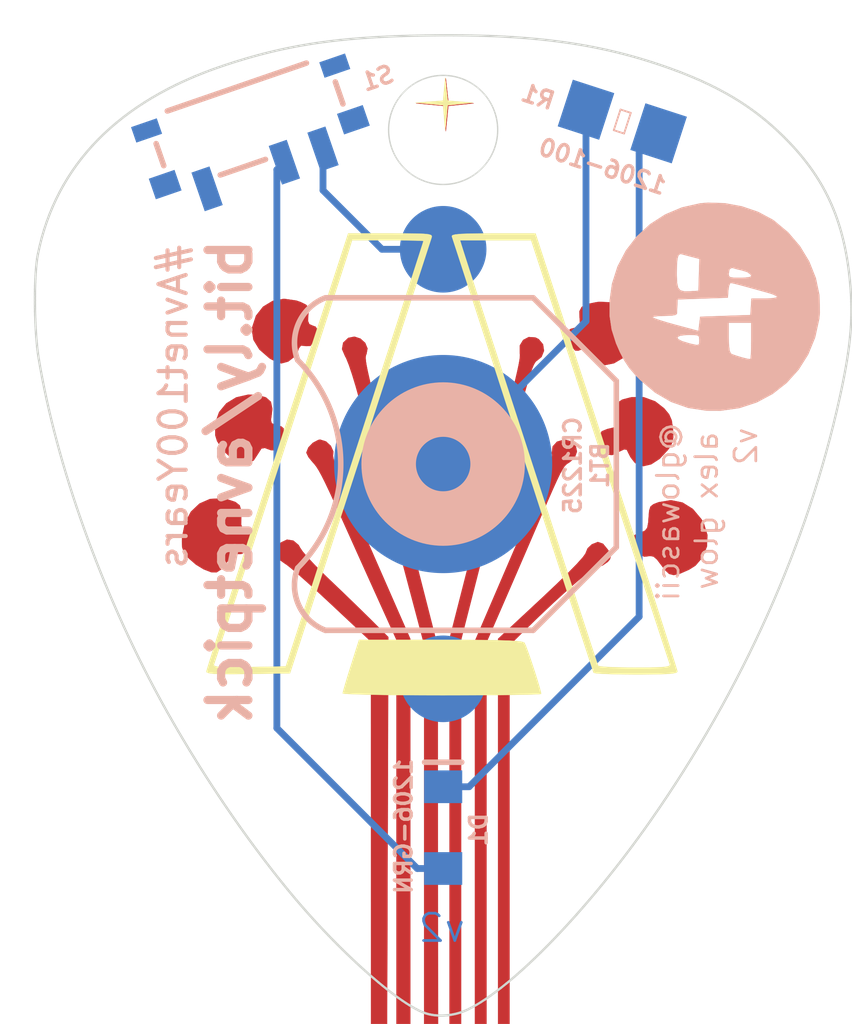
<source format=kicad_pcb>
(kicad_pcb (version 20171130) (host pcbnew "(5.1.5-0-10_14)")

  (general
    (thickness 1.6)
    (drawings 7)
    (tracks 16)
    (zones 0)
    (modules 9)
    (nets 6)
  )

  (page A4)
  (layers
    (0 F.Cu signal)
    (31 B.Cu signal)
    (32 B.Adhes user)
    (33 F.Adhes user)
    (34 B.Paste user)
    (35 F.Paste user)
    (36 B.SilkS user)
    (37 F.SilkS user)
    (38 B.Mask user)
    (39 F.Mask user)
    (40 Dwgs.User user)
    (41 Cmts.User user)
    (42 Eco1.User user)
    (43 Eco2.User user)
    (44 Edge.Cuts user)
    (45 Margin user)
    (46 B.CrtYd user)
    (47 F.CrtYd user)
    (48 B.Fab user)
    (49 F.Fab user)
  )

  (setup
    (last_trace_width 0.25)
    (trace_clearance 0.2)
    (zone_clearance 0.508)
    (zone_45_only no)
    (trace_min 0.2)
    (via_size 0.8)
    (via_drill 0.4)
    (via_min_size 0.4)
    (via_min_drill 0.3)
    (uvia_size 0.3)
    (uvia_drill 0.1)
    (uvias_allowed no)
    (uvia_min_size 0.2)
    (uvia_min_drill 0.1)
    (edge_width 0.05)
    (segment_width 0.2)
    (pcb_text_width 0.3)
    (pcb_text_size 1.5 1.5)
    (mod_edge_width 0.12)
    (mod_text_size 1 1)
    (mod_text_width 0.15)
    (pad_size 1.524 1.524)
    (pad_drill 0.762)
    (pad_to_mask_clearance 0.051)
    (solder_mask_min_width 0.25)
    (aux_axis_origin 0 0)
    (visible_elements FFFFFF7F)
    (pcbplotparams
      (layerselection 0x010fc_ffffffff)
      (usegerberextensions false)
      (usegerberattributes false)
      (usegerberadvancedattributes false)
      (creategerberjobfile false)
      (excludeedgelayer true)
      (linewidth 0.100000)
      (plotframeref false)
      (viasonmask false)
      (mode 1)
      (useauxorigin false)
      (hpglpennumber 1)
      (hpglpenspeed 20)
      (hpglpendiameter 15.000000)
      (psnegative false)
      (psa4output false)
      (plotreference true)
      (plotvalue true)
      (plotinvisibletext false)
      (padsonsilk false)
      (subtractmaskfromsilk false)
      (outputformat 1)
      (mirror false)
      (drillshape 1)
      (scaleselection 1)
      (outputdirectory ""))
  )

  (net 0 "")
  (net 1 "Net-(D1-PadC)")
  (net 2 "Net-(BT1-PadGND)")
  (net 3 "Net-(BT1-PadPWR@)")
  (net 4 "Net-(D1-PadA)")
  (net 5 "Net-(S1-Pad3)")

  (net_class Default "This is the default net class."
    (clearance 0.2)
    (trace_width 0.25)
    (via_dia 0.8)
    (via_drill 0.4)
    (uvia_dia 0.3)
    (uvia_drill 0.1)
    (add_net "Net-(BT1-PadGND)")
    (add_net "Net-(BT1-PadPWR@)")
    (add_net "Net-(D1-PadA)")
    (add_net "Net-(D1-PadC)")
    (add_net "Net-(S1-Pad3)")
  )

  (module alexglow-footprints:hlogoTiny (layer B.Cu) (tedit 600E2129) (tstamp 611C4FFA)
    (at 139.9 83)
    (fp_text reference " " (at 0 0) (layer B.SilkS) hide
      (effects (font (size 1.524 1.524) (thickness 0.3)) (justify mirror))
    )
    (fp_text value " " (at 0.75 0) (layer B.SilkS) hide
      (effects (font (size 1.524 1.524) (thickness 0.3)) (justify mirror))
    )
    (fp_poly (pts (xy 0.96307 3.698113) (xy 1.600978 3.489318) (xy 2.182032 3.178598) (xy 2.69637 2.775715)
      (xy 3.134135 2.290431) (xy 3.485466 1.732507) (xy 3.740505 1.111707) (xy 3.889393 0.437792)
      (xy 3.91433 0.194914) (xy 3.898804 -0.440859) (xy 3.765829 -1.070276) (xy 3.524451 -1.675618)
      (xy 3.183711 -2.239169) (xy 2.752655 -2.74321) (xy 2.240323 -3.170025) (xy 2.17371 -3.215279)
      (xy 1.649073 -3.495858) (xy 1.054974 -3.697845) (xy 0.427584 -3.813151) (xy -0.196925 -3.833688)
      (xy -0.478527 -3.808387) (xy -1.145466 -3.658181) (xy -1.76114 -3.399154) (xy -2.315181 -3.04246)
      (xy -2.797226 -2.599249) (xy -3.196906 -2.080674) (xy -3.503857 -1.497885) (xy -3.586268 -1.240831)
      (xy -1.3335 -1.240831) (xy -1.327858 -1.566507) (xy -1.308084 -1.782011) (xy -1.26991 -1.903784)
      (xy -1.209067 -1.948271) (xy -1.151356 -1.942421) (xy -1.027018 -1.908362) (xy -0.841359 -1.859298)
      (xy -0.775533 -1.842201) (xy -0.503316 -1.771843) (xy -0.520282 -1.227666) (xy 0.5715 -1.227666)
      (xy 0.600035 -1.390403) (xy 0.687652 -1.442385) (xy 0.758683 -1.426277) (xy 0.892057 -1.386678)
      (xy 1.04775 -1.351867) (xy 1.253105 -1.28745) (xy 1.375135 -1.196004) (xy 1.397 -1.135224)
      (xy 1.339082 -1.106846) (xy 1.187544 -1.086776) (xy 0.98425 -1.0795) (xy 0.76212 -1.082617)
      (xy 0.638367 -1.098811) (xy 0.584401 -1.138346) (xy 0.57163 -1.211485) (xy 0.5715 -1.227666)
      (xy -0.520282 -1.227666) (xy -0.521533 -1.187546) (xy -0.53975 -0.60325) (xy -0.846309 -0.583694)
      (xy -1.060921 -0.58099) (xy -1.20167 -0.619346) (xy -1.283819 -0.719348) (xy -1.322631 -0.901582)
      (xy -1.333368 -1.186635) (xy -1.3335 -1.240831) (xy -3.586268 -1.240831) (xy -3.707712 -0.862034)
      (xy -3.795264 -0.240277) (xy -3.795472 0.315711) (xy -3.787801 0.367228) (xy -2.2225 0.367228)
      (xy -2.164373 0.342718) (xy -2.011402 0.324958) (xy -1.795706 0.31754) (xy -1.778 0.3175)
      (xy -1.516426 0.308554) (xy -1.370037 0.280463) (xy -1.32803 0.238125) (xy -1.321467 0.123545)
      (xy -1.312876 -0.048198) (xy -1.312155 -0.0635) (xy -1.30175 -0.28575) (xy 0.53975 -0.34925)
      (xy 0.559276 -0.619125) (xy 0.584913 -0.784031) (xy 0.626284 -0.879493) (xy 0.644132 -0.889)
      (xy 0.732795 -0.872874) (xy 0.909176 -0.830125) (xy 1.138927 -0.769189) (xy 1.196106 -0.753379)
      (xy 1.48512 -0.673074) (xy 1.778253 -0.592012) (xy 2.01285 -0.527518) (xy 2.016125 -0.526623)
      (xy 2.200326 -0.466378) (xy 2.321399 -0.407816) (xy 2.3495 -0.376494) (xy 2.291214 -0.348204)
      (xy 2.137116 -0.32732) (xy 1.918344 -0.317728) (xy 1.876729 -0.3175) (xy 1.403958 -0.3175)
      (xy 1.36525 0.28575) (xy -0.47625 0.34925) (xy -0.508 0.609254) (xy -0.53975 0.869257)
      (xy -1.381125 0.643106) (xy -1.686833 0.557519) (xy -1.942925 0.479312) (xy -2.127131 0.415788)
      (xy -2.217177 0.37425) (xy -2.2225 0.367228) (xy -3.787801 0.367228) (xy -3.720224 0.821045)
      (xy -3.632552 1.09612) (xy -1.309525 1.09612) (xy -1.210846 1.044669) (xy -0.990353 1.018056)
      (xy -0.885253 1.016) (xy -0.67566 1.018568) (xy -0.562984 1.036397) (xy -0.517143 1.084678)
      (xy -0.515325 1.103475) (xy 0.5715 1.103475) (xy 0.5715 0.5715) (xy 1.397 0.5715)
      (xy 1.397 1.23825) (xy 1.393862 1.511962) (xy 1.385378 1.731219) (xy 1.372939 1.86979)
      (xy 1.361619 1.905) (xy 1.242834 1.886719) (xy 1.061954 1.841553) (xy 0.868727 1.784021)
      (xy 0.712898 1.728645) (xy 0.650875 1.69756) (xy 0.604402 1.591472) (xy 0.577918 1.364094)
      (xy 0.5715 1.103475) (xy -0.515325 1.103475) (xy -0.508055 1.178601) (xy -0.508 1.2065)
      (xy -0.509841 1.321659) (xy -0.534892 1.377726) (xy -0.612444 1.384062) (xy -0.77179 1.350028)
      (xy -0.876756 1.324336) (xy -1.142273 1.24347) (xy -1.286599 1.164892) (xy -1.309525 1.09612)
      (xy -3.632552 1.09612) (xy -3.559715 1.324646) (xy -3.416173 1.651) (xy -3.255506 1.958811)
      (xy -3.083537 2.217173) (xy -2.866492 2.472412) (xy -2.671818 2.671886) (xy -2.127245 3.131612)
      (xy -1.54339 3.470844) (xy -0.916452 3.691027) (xy -0.242632 3.793608) (xy 0.278165 3.795221)
      (xy 0.96307 3.698113)) (layer B.SilkS) (width 0.01))
  )

  (module Avnet100:block-mask-guitar-POSITIVE-300dpi (layer F.Cu) (tedit 0) (tstamp 611C1EA5)
    (at 130.4 90.2)
    (fp_text reference G*** (at 0 0) (layer F.SilkS) hide
      (effects (font (size 1.524 1.524) (thickness 0.3)))
    )
    (fp_text value LOGO (at 0.75 0) (layer F.SilkS) hide
      (effects (font (size 1.524 1.524) (thickness 0.3)))
    )
    (fp_poly (pts (xy -5.839679 1.368278) (xy -5.661187 1.521068) (xy -5.591517 1.654648) (xy -5.516555 1.769604)
      (xy -5.339658 1.975427) (xy -5.083192 2.247995) (xy -4.769521 2.563182) (xy -4.57226 2.754042)
      (xy -4.178085 3.132058) (xy -3.770288 3.526281) (xy -3.390258 3.896506) (xy -3.079383 4.202525)
      (xy -3.005926 4.275667) (xy -2.413 4.868333) (xy -2.435593 11.959167) (xy -2.458186 19.05)
      (xy -3.048 19.05) (xy -3.048 5.072375) (xy -3.999556 4.166021) (xy -4.558879 3.633909)
      (xy -5.009535 3.207127) (xy -5.364964 2.873685) (xy -5.638603 2.621594) (xy -5.843893 2.438862)
      (xy -5.994273 2.313502) (xy -6.103181 2.233522) (xy -6.184057 2.186932) (xy -6.24397 2.163646)
      (xy -6.430873 2.034152) (xy -6.505821 1.827537) (xy -6.469179 1.593406) (xy -6.321308 1.381361)
      (xy -6.237778 1.317992) (xy -6.053357 1.289396) (xy -5.839679 1.368278)) (layer F.Mask) (width 0.01))
    (fp_poly (pts (xy -4.703428 -2.305341) (xy -4.526421 -2.146777) (xy -4.43065 -1.951097) (xy -4.432066 -1.844057)
      (xy -4.415806 -1.69579) (xy -4.332226 -1.41642) (xy -4.188537 -1.026894) (xy -3.991952 -0.548156)
      (xy -3.960985 -0.476051) (xy -3.758597 -0.006197) (xy -3.558818 0.459336) (xy -3.381134 0.875027)
      (xy -3.245031 1.195353) (xy -3.213561 1.27) (xy -3.105107 1.52352) (xy -2.943195 1.896153)
      (xy -2.743381 2.352383) (xy -2.521221 2.85669) (xy -2.29547 3.366348) (xy -1.608667 4.912363)
      (xy -1.608667 19.05) (xy -2.116667 19.05) (xy -2.116667 4.971947) (xy -2.667594 3.756245)
      (xy -2.916506 3.206144) (xy -3.201632 2.574681) (xy -3.489962 1.935032) (xy -3.748486 1.360374)
      (xy -3.77945 1.291438) (xy -4.09959 0.580173) (xy -4.359781 0.006915) (xy -4.568451 -0.445241)
      (xy -4.734028 -0.793203) (xy -4.864939 -1.053877) (xy -4.969611 -1.24417) (xy -5.056472 -1.380988)
      (xy -5.133948 -1.481238) (xy -5.193271 -1.544907) (xy -5.341856 -1.726154) (xy -5.416573 -1.881251)
      (xy -5.418667 -1.901152) (xy -5.348744 -2.081701) (xy -5.181792 -2.254565) (xy -4.982038 -2.360383)
      (xy -4.910667 -2.370667) (xy -4.703428 -2.305341)) (layer F.Mask) (width 0.01))
    (fp_poly (pts (xy -3.435898 -6.072883) (xy -3.261783 -5.916818) (xy -3.17608 -5.713754) (xy -3.212844 -5.511723)
      (xy -3.234044 -5.425967) (xy -3.229955 -5.279016) (xy -3.197087 -5.053147) (xy -3.131951 -4.730638)
      (xy -3.031058 -4.293766) (xy -2.890918 -3.724808) (xy -2.757481 -3.198879) (xy -2.493668 -2.168105)
      (xy -2.266443 -1.281613) (xy -2.07064 -0.519577) (xy -1.901092 0.137828) (xy -1.752634 0.710426)
      (xy -1.620101 1.218041) (xy -1.498327 1.680497) (xy -1.382146 2.11762) (xy -1.266393 2.549234)
      (xy -1.145902 2.995163) (xy -1.085623 3.217333) (xy -0.6372 4.868333) (xy -0.612611 11.959167)
      (xy -0.588022 19.05) (xy -1.100667 19.05) (xy -1.100667 5.178799) (xy -1.611731 3.245566)
      (xy -1.918198 2.085572) (xy -2.240596 0.863992) (xy -2.567291 -0.375029) (xy -2.88665 -1.587345)
      (xy -3.187039 -2.728812) (xy -3.456823 -3.755283) (xy -3.482308 -3.852333) (xy -3.612634 -4.324781)
      (xy -3.742672 -4.753997) (xy -3.861414 -5.106564) (xy -3.95785 -5.349066) (xy -4.002107 -5.430165)
      (xy -4.113391 -5.68916) (xy -4.070997 -5.925325) (xy -3.885735 -6.10078) (xy -3.657517 -6.146141)
      (xy -3.435898 -6.072883)) (layer F.Mask) (width 0.01))
    (fp_poly (pts (xy 2.983275 -6.11332) (xy 3.099454 -6.055476) (xy 3.255494 -5.870886) (xy 3.296039 -5.639369)
      (xy 3.22359 -5.422425) (xy 3.068394 -5.292424) (xy 2.999644 -5.264093) (xy 2.945742 -5.233883)
      (xy 2.899073 -5.180381) (xy 2.852026 -5.082174) (xy 2.796988 -4.917849) (xy 2.726347 -4.665992)
      (xy 2.632489 -4.30519) (xy 2.507804 -3.814031) (xy 2.420985 -3.471333) (xy 2.178084 -2.514834)
      (xy 1.933853 -1.554907) (xy 1.692873 -0.609433) (xy 1.459724 0.303709) (xy 1.238985 1.16664)
      (xy 1.035237 1.961479) (xy 0.85306 2.670348) (xy 0.697033 3.275366) (xy 0.571738 3.758654)
      (xy 0.481753 4.102332) (xy 0.458199 4.191) (xy 0.254427 4.953) (xy 0.254213 12.0015)
      (xy 0.254 19.05) (xy -0.169334 19.05) (xy -0.169334 4.89717) (xy 0.471514 2.385085)
      (xy 0.65847 1.652582) (xy 0.856281 0.878181) (xy 1.054286 0.103568) (xy 1.241825 -0.629568)
      (xy 1.40824 -1.279541) (xy 1.536028 -1.778) (xy 1.758859 -2.647957) (xy 1.942363 -3.368926)
      (xy 2.089947 -3.955771) (xy 2.205016 -4.423358) (xy 2.290974 -4.786552) (xy 2.351229 -5.060216)
      (xy 2.389184 -5.259216) (xy 2.408247 -5.398416) (xy 2.411822 -5.492682) (xy 2.403315 -5.556878)
      (xy 2.402503 -5.560066) (xy 2.403556 -5.824267) (xy 2.528588 -6.024365) (xy 2.735771 -6.130627)
      (xy 2.983275 -6.11332)) (layer F.Mask) (width 0.01))
    (fp_poly (pts (xy 4.320047 -2.291615) (xy 4.452598 -2.069055) (xy 4.471592 -1.965746) (xy 4.463692 -1.758471)
      (xy 4.360105 -1.621279) (xy 4.24083 -1.544343) (xy 4.12176 -1.458729) (xy 4.007964 -1.330677)
      (xy 3.886698 -1.137032) (xy 3.745217 -0.85464) (xy 3.570778 -0.460348) (xy 3.350638 0.068998)
      (xy 3.344233 0.084667) (xy 3.261147 0.283313) (xy 3.121262 0.612443) (xy 2.935232 1.047223)
      (xy 2.713708 1.562818) (xy 2.467345 2.134393) (xy 2.206795 2.737112) (xy 2.169631 2.822939)
      (xy 1.185333 5.095545) (xy 1.185333 19.05) (xy 0.762 19.05) (xy 0.762 12.027472)
      (xy 0.761999 5.004944) (xy 1.829467 2.523639) (xy 2.224781 1.604373) (xy 2.558045 0.828184)
      (xy 2.834318 0.182681) (xy 3.058656 -0.344527) (xy 3.236116 -0.765831) (xy 3.371756 -1.093622)
      (xy 3.470635 -1.340292) (xy 3.537808 -1.518232) (xy 3.578334 -1.639832) (xy 3.597269 -1.717484)
      (xy 3.599673 -1.76358) (xy 3.590601 -1.79051) (xy 3.590413 -1.790815) (xy 3.565762 -1.970883)
      (xy 3.648297 -2.175309) (xy 3.806012 -2.332019) (xy 3.838204 -2.348824) (xy 4.10205 -2.392854)
      (xy 4.320047 -2.291615)) (layer F.Mask) (width 0.01))
    (fp_poly (pts (xy 5.421674 1.42098) (xy 5.594915 1.578628) (xy 5.724127 1.765673) (xy 5.757333 1.883145)
      (xy 5.69138 2.036024) (xy 5.534865 2.190758) (xy 5.349799 2.299188) (xy 5.201762 2.314608)
      (xy 5.097131 2.356403) (xy 4.882402 2.513721) (xy 4.5651 2.78027) (xy 4.152746 3.149756)
      (xy 3.704333 3.567222) (xy 3.295832 3.954842) (xy 2.921966 4.313206) (xy 2.602868 4.622728)
      (xy 2.358671 4.86382) (xy 2.209508 5.016893) (xy 2.180166 5.050071) (xy 2.153437 5.091436)
      (xy 2.130115 5.152225) (xy 2.109971 5.243493) (xy 2.092774 5.376291) (xy 2.078292 5.561673)
      (xy 2.066294 5.810691) (xy 2.056551 6.134398) (xy 2.04883 6.543847) (xy 2.0429 7.050091)
      (xy 2.038532 7.664182) (xy 2.035494 8.397173) (xy 2.033555 9.260117) (xy 2.032484 10.264067)
      (xy 2.03205 11.420075) (xy 2.032 12.141854) (xy 2.032 19.05) (xy 1.608666 19.05)
      (xy 1.608666 4.931451) (xy 3.217333 3.433419) (xy 3.676368 3.000301) (xy 4.078061 2.610178)
      (xy 4.407898 2.277923) (xy 4.651366 2.018404) (xy 4.793951 1.846494) (xy 4.826 1.785149)
      (xy 4.895815 1.599399) (xy 5.059579 1.43353) (xy 5.248768 1.355135) (xy 5.262408 1.354667)
      (xy 5.421674 1.42098)) (layer F.Mask) (width 0.01))
    (fp_poly (pts (xy 8.412 -0.046808) (xy 8.790862 0.205849) (xy 9.100979 0.600166) (xy 9.157042 0.702899)
      (xy 9.286297 1.121751) (xy 9.270003 1.544641) (xy 9.120424 1.933147) (xy 8.849827 2.248846)
      (xy 8.6165 2.396033) (xy 8.283357 2.541525) (xy 8.052955 2.596191) (xy 7.881249 2.553628)
      (xy 7.724195 2.407433) (xy 7.605795 2.249112) (xy 7.434906 2.024118) (xy 7.306682 1.915752)
      (xy 7.177998 1.894646) (xy 7.103317 1.906907) (xy 6.963826 1.921974) (xy 6.872621 1.865871)
      (xy 6.792607 1.702611) (xy 6.740066 1.554503) (xy 6.661823 1.279446) (xy 6.669313 1.118512)
      (xy 6.773493 1.033896) (xy 6.900333 1.001531) (xy 7.013819 0.944545) (xy 7.06571 0.797918)
      (xy 7.076898 0.62502) (xy 7.100835 0.3032) (xy 7.17485 0.103849) (xy 7.327251 -0.018491)
      (xy 7.52269 -0.090882) (xy 7.983056 -0.148739) (xy 8.412 -0.046808)) (layer F.Mask) (width 0.01))
    (fp_poly (pts (xy -8.239352 -0.165452) (xy -7.98339 -0.062901) (xy -7.848731 0.065203) (xy -7.802523 0.269954)
      (xy -7.806333 0.508) (xy -7.808875 0.746279) (xy -7.769877 0.864604) (xy -7.669626 0.910939)
      (xy -7.63865 0.916055) (xy -7.517862 0.941746) (xy -7.46557 0.999577) (xy -7.478044 1.128163)
      (xy -7.551554 1.366117) (xy -7.585505 1.46623) (xy -7.679092 1.70458) (xy -7.766152 1.813179)
      (xy -7.878111 1.827299) (xy -7.903005 1.8226) (xy -8.045229 1.83482) (xy -8.195203 1.953615)
      (xy -8.342864 2.13991) (xy -8.540533 2.385232) (xy -8.711938 2.496893) (xy -8.911089 2.490328)
      (xy -9.189837 2.381962) (xy -9.603452 2.120813) (xy -9.871302 1.786648) (xy -9.986492 1.388867)
      (xy -9.990667 1.290235) (xy -9.93367 0.881087) (xy -9.781286 0.479789) (xy -9.561428 0.147881)
      (xy -9.409042 0.007862) (xy -9.012462 -0.177088) (xy -8.567812 -0.225268) (xy -8.239352 -0.165452)) (layer F.Mask) (width 0.01))
    (fp_poly (pts (xy 7.013234 -3.924554) (xy 7.425347 -3.750294) (xy 7.739878 -3.483635) (xy 7.90332 -3.267087)
      (xy 7.991064 -3.01619) (xy 8.025487 -2.754055) (xy 8.037449 -2.459984) (xy 8.000371 -2.256749)
      (xy 7.895551 -2.068595) (xy 7.83647 -1.98844) (xy 7.547004 -1.682791) (xy 7.236534 -1.478696)
      (xy 6.93837 -1.391873) (xy 6.685818 -1.438039) (xy 6.678602 -1.442036) (xy 6.55052 -1.572472)
      (xy 6.435497 -1.775994) (xy 6.346976 -1.961385) (xy 6.25515 -2.015178) (xy 6.101064 -1.955305)
      (xy 6.011333 -1.905) (xy 5.791928 -1.802498) (xy 5.6551 -1.821243) (xy 5.559051 -1.979642)
      (xy 5.510696 -2.12548) (xy 5.436037 -2.367868) (xy 5.376653 -2.549101) (xy 5.364948 -2.581471)
      (xy 5.409633 -2.676404) (xy 5.611878 -2.758077) (xy 5.646154 -2.766615) (xy 5.969 -2.843247)
      (xy 5.940557 -3.277417) (xy 5.938596 -3.552858) (xy 5.998071 -3.727666) (xy 6.15084 -3.8349)
      (xy 6.428759 -3.907619) (xy 6.572086 -3.932794) (xy 7.013234 -3.924554)) (layer F.Mask) (width 0.01))
    (fp_poly (pts (xy -7.271883 -4.012422) (xy -6.929559 -3.935842) (xy -6.732915 -3.802096) (xy -6.661592 -3.587254)
      (xy -6.684483 -3.321981) (xy -6.718375 -3.094938) (xy -6.695925 -2.980454) (xy -6.597349 -2.925749)
      (xy -6.529349 -2.908108) (xy -6.338327 -2.854755) (xy -6.251146 -2.782654) (xy -6.251353 -2.646058)
      (xy -6.322495 -2.39922) (xy -6.333705 -2.364121) (xy -6.435095 -2.099518) (xy -6.548868 -1.979383)
      (xy -6.719543 -1.981928) (xy -6.944634 -2.065136) (xy -7.06381 -2.049566) (xy -7.164458 -1.879285)
      (xy -7.166842 -1.873023) (xy -7.315407 -1.619599) (xy -7.527222 -1.512199) (xy -7.824491 -1.541862)
      (xy -7.916877 -1.570361) (xy -8.303451 -1.781242) (xy -8.58096 -2.092753) (xy -8.740505 -2.469903)
      (xy -8.773187 -2.877699) (xy -8.670107 -3.28115) (xy -8.439861 -3.626893) (xy -8.077668 -3.895797)
      (xy -7.638687 -4.019233) (xy -7.271883 -4.012422)) (layer F.Mask) (width 0.01))
    (fp_poly (pts (xy 5.748679 -7.40383) (xy 6.109644 -7.258597) (xy 6.391563 -7.015734) (xy 6.581811 -6.704062)
      (xy 6.667766 -6.352405) (xy 6.636806 -5.989585) (xy 6.476306 -5.644423) (xy 6.216968 -5.377473)
      (xy 5.861089 -5.169496) (xy 5.536805 -5.103654) (xy 5.265338 -5.1828) (xy 5.192447 -5.239818)
      (xy 5.036329 -5.428751) (xy 4.951965 -5.591259) (xy 4.870565 -5.715422) (xy 4.797184 -5.729246)
      (xy 4.635312 -5.663432) (xy 4.55201 -5.629849) (xy 4.436167 -5.633267) (xy 4.335114 -5.758279)
      (xy 4.237045 -6.023727) (xy 4.185465 -6.214909) (xy 4.176977 -6.359417) (xy 4.276363 -6.433657)
      (xy 4.388886 -6.461544) (xy 4.549545 -6.507044) (xy 4.611839 -6.592783) (xy 4.605932 -6.774561)
      (xy 4.596735 -6.846024) (xy 4.593946 -7.07917) (xy 4.676979 -7.236955) (xy 4.871246 -7.339599)
      (xy 5.202157 -7.407325) (xy 5.321289 -7.42261) (xy 5.748679 -7.40383)) (layer F.Mask) (width 0.01))
    (fp_poly (pts (xy -5.781715 -7.467782) (xy -5.618666 -7.408915) (xy -5.425864 -7.314468) (xy -5.346607 -7.205595)
      (xy -5.34212 -7.014956) (xy -5.348748 -6.940184) (xy -5.357512 -6.715886) (xy -5.311629 -6.603697)
      (xy -5.188222 -6.5494) (xy -5.183314 -6.548156) (xy -5.040023 -6.471774) (xy -5.038547 -6.360721)
      (xy -5.095412 -6.174473) (xy -5.13969 -5.985949) (xy -5.194496 -5.821467) (xy -5.304409 -5.781576)
      (xy -5.430094 -5.802177) (xy -5.606849 -5.819949) (xy -5.669815 -5.755053) (xy -5.672667 -5.717685)
      (xy -5.741655 -5.547625) (xy -5.910046 -5.365182) (xy -6.11998 -5.220759) (xy -6.30751 -5.164667)
      (xy -6.497429 -5.210985) (xy -6.730444 -5.325523) (xy -6.779965 -5.357182) (xy -7.143899 -5.673664)
      (xy -7.3604 -6.025995) (xy -7.419592 -6.396646) (xy -7.410825 -6.477) (xy -7.267802 -6.914188)
      (xy -7.008556 -7.244768) (xy -6.657911 -7.455832) (xy -6.240689 -7.534473) (xy -5.781715 -7.467782)) (layer F.Mask) (width 0.01))
    (fp_poly (pts (xy -0.258776 -15.24) (xy -0.211667 -14.774333) (xy 0.254 -14.736775) (xy 0.719666 -14.699217)
      (xy 0.254 -14.652109) (xy -0.211667 -14.605) (xy -0.258776 -14.139333) (xy -0.305884 -13.673667)
      (xy -0.343442 -14.139333) (xy -0.381 -14.605) (xy -0.889 -14.65183) (xy -1.397 -14.698659)
      (xy -0.381 -14.774333) (xy -0.305884 -15.705667) (xy -0.258776 -15.24)) (layer F.Mask) (width 0.01))
  )

  (module Avnet100:guitar-copper-300dpi (layer F.Cu) (tedit 0) (tstamp 611C1D64)
    (at 130.15 90.225)
    (fp_text reference G*** (at 0 0) (layer F.SilkS) hide
      (effects (font (size 1.524 1.524) (thickness 0.3)))
    )
    (fp_text value LOGO (at 0.75 0) (layer F.SilkS) hide
      (effects (font (size 1.524 1.524) (thickness 0.3)))
    )
    (fp_poly (pts (xy -5.64074 1.33141) (xy -5.446816 1.497157) (xy -5.392173 1.596481) (xy -5.297248 1.735157)
      (xy -5.101683 1.962181) (xy -4.829638 2.251446) (xy -4.505269 2.576845) (xy -4.318 2.757309)
      (xy -3.92329 3.134324) (xy -3.51502 3.527823) (xy -3.134719 3.897561) (xy -2.823915 4.203291)
      (xy -2.751667 4.275278) (xy -2.159 4.868333) (xy -2.181593 11.959167) (xy -2.204186 19.05)
      (xy -2.794 19.05) (xy -2.794744 12.043833) (xy -2.795487 5.037667) (xy -4.285821 3.640667)
      (xy -4.711213 3.245939) (xy -5.104305 2.888762) (xy -5.445686 2.58617) (xy -5.715945 2.355199)
      (xy -5.895669 2.212884) (xy -5.954855 2.175949) (xy -6.1758 2.018001) (xy -6.265807 1.792138)
      (xy -6.215582 1.548242) (xy -6.099412 1.400087) (xy -5.875516 1.294265) (xy -5.64074 1.33141)) (layer F.Cu) (width 0.01))
    (fp_poly (pts (xy -4.444562 -2.303964) (xy -4.267876 -2.141471) (xy -4.176708 -1.939607) (xy -4.18057 -1.834483)
      (xy -4.186273 -1.780897) (xy -4.176678 -1.702198) (xy -4.14698 -1.58667) (xy -4.092375 -1.422597)
      (xy -4.008056 -1.198263) (xy -3.88922 -0.90195) (xy -3.731061 -0.521944) (xy -3.528774 -0.046527)
      (xy -3.277555 0.536015) (xy -2.972598 1.237401) (xy -2.609099 2.069345) (xy -2.182252 3.043565)
      (xy -2.148087 3.121471) (xy -1.354667 4.930609) (xy -1.354667 19.05) (xy -1.862667 19.05)
      (xy -1.862667 4.971947) (xy -2.413594 3.756245) (xy -2.662506 3.206144) (xy -2.947632 2.574681)
      (xy -3.235962 1.935032) (xy -3.494486 1.360374) (xy -3.52545 1.291438) (xy -3.84559 0.580173)
      (xy -4.105781 0.006915) (xy -4.314451 -0.445241) (xy -4.480028 -0.793203) (xy -4.610939 -1.053877)
      (xy -4.715611 -1.24417) (xy -4.802472 -1.380988) (xy -4.879948 -1.481238) (xy -4.939271 -1.544907)
      (xy -5.087856 -1.726154) (xy -5.162573 -1.881251) (xy -5.164667 -1.901152) (xy -5.094744 -2.081701)
      (xy -4.927792 -2.254565) (xy -4.728038 -2.360383) (xy -4.656667 -2.370667) (xy -4.444562 -2.303964)) (layer F.Cu) (width 0.01))
    (fp_poly (pts (xy -3.180473 -6.073021) (xy -3.007136 -5.915799) (xy -2.922896 -5.710966) (xy -2.960968 -5.507754)
      (xy -2.978924 -5.467849) (xy -2.990106 -5.416757) (xy -2.991792 -5.342856) (xy -2.981262 -5.234524)
      (xy -2.955794 -5.08014) (xy -2.912668 -4.868083) (xy -2.849162 -4.586729) (xy -2.762555 -4.224458)
      (xy -2.650126 -3.769648) (xy -2.509153 -3.210677) (xy -2.336917 -2.535924) (xy -2.130695 -1.733766)
      (xy -1.887767 -0.792582) (xy -1.605411 0.299249) (xy -1.562353 0.465667) (xy -1.402126 1.086398)
      (xy -1.217933 1.802368) (xy -1.02746 2.544686) (xy -0.848394 3.244459) (xy -0.758096 3.598333)
      (xy -0.348166 5.207) (xy -0.335884 19.05) (xy -0.846667 19.05) (xy -0.846667 5.152793)
      (xy -1.345286 3.274896) (xy -1.527812 2.586617) (xy -1.736584 1.797971) (xy -1.954838 0.972369)
      (xy -2.165812 0.173226) (xy -2.352741 -0.536047) (xy -2.356502 -0.550333) (xy -2.528802 -1.204739)
      (xy -2.712407 -1.901816) (xy -2.894398 -2.592531) (xy -3.061853 -3.227847) (xy -3.201854 -3.758733)
      (xy -3.226549 -3.852333) (xy -3.357451 -4.32471) (xy -3.48798 -4.753873) (xy -3.607095 -5.106422)
      (xy -3.703757 -5.348956) (xy -3.748107 -5.430165) (xy -3.859391 -5.68916) (xy -3.816997 -5.925325)
      (xy -3.631735 -6.10078) (xy -3.402231 -6.146668) (xy -3.180473 -6.073021)) (layer F.Cu) (width 0.01))
    (fp_poly (pts (xy 3.235296 -6.114509) (xy 3.353454 -6.055476) (xy 3.514216 -5.86418) (xy 3.548254 -5.62623)
      (xy 3.459144 -5.402642) (xy 3.307921 -5.27819) (xy 3.263079 -5.247363) (xy 3.217372 -5.191963)
      (xy 3.167262 -5.099798) (xy 3.109211 -4.958679) (xy 3.039682 -4.756418) (xy 2.955135 -4.480824)
      (xy 2.852034 -4.119708) (xy 2.72684 -3.66088) (xy 2.576016 -3.092151) (xy 2.396023 -2.401331)
      (xy 2.183324 -1.57623) (xy 1.93438 -0.60466) (xy 1.808355 -0.111592) (xy 0.514534 4.953)
      (xy 0.508 19.05) (xy 0.084666 19.05) (xy 0.084666 4.92429) (xy 0.502121 3.287645)
      (xy 0.652294 2.699211) (xy 0.830797 2.000279) (xy 1.023948 1.24439) (xy 1.218067 0.485087)
      (xy 1.399469 -0.224092) (xy 1.439623 -0.381) (xy 1.703556 -1.413126) (xy 1.928139 -2.293847)
      (xy 2.116334 -3.035719) (xy 2.271105 -3.651298) (xy 2.395415 -4.153141) (xy 2.492226 -4.553803)
      (xy 2.564501 -4.86584) (xy 2.615203 -5.10181) (xy 2.647295 -5.274268) (xy 2.66374 -5.395771)
      (xy 2.667501 -5.478874) (xy 2.66154 -5.536134) (xy 2.658861 -5.54795) (xy 2.659333 -5.81951)
      (xy 2.782283 -6.023981) (xy 2.98763 -6.132075) (xy 3.235296 -6.114509)) (layer F.Cu) (width 0.01))
    (fp_poly (pts (xy 4.560454 -2.306584) (xy 4.713548 -2.144791) (xy 4.756216 -1.930976) (xy 4.678277 -1.710824)
      (xy 4.491729 -1.542205) (xy 4.421116 -1.500324) (xy 4.358358 -1.452488) (xy 4.295284 -1.382373)
      (xy 4.223721 -1.273656) (xy 4.135495 -1.110011) (xy 4.022433 -0.875116) (xy 3.876364 -0.552647)
      (xy 3.689113 -0.126279) (xy 3.452508 0.420311) (xy 3.158376 1.103448) (xy 3.104933 1.227667)
      (xy 2.860471 1.794706) (xy 2.580065 2.443264) (xy 2.295597 3.099703) (xy 2.038946 3.690385)
      (xy 1.998934 3.782274) (xy 1.439333 5.066882) (xy 1.439333 19.05) (xy 1.016 19.05)
      (xy 1.016 5.004944) (xy 2.083467 2.523639) (xy 2.475488 1.612196) (xy 2.805712 0.843361)
      (xy 3.079286 0.204207) (xy 3.301358 -0.318197) (xy 3.477077 -0.73678) (xy 3.611589 -1.064471)
      (xy 3.710044 -1.314199) (xy 3.777588 -1.498894) (xy 3.819369 -1.631484) (xy 3.840535 -1.724899)
      (xy 3.846235 -1.792069) (xy 3.841616 -1.845922) (xy 3.83592 -1.877806) (xy 3.863718 -2.118639)
      (xy 4.023582 -2.29492) (xy 4.280575 -2.370107) (xy 4.307114 -2.370667) (xy 4.560454 -2.306584)) (layer F.Cu) (width 0.01))
    (fp_poly (pts (xy 5.712532 1.44576) (xy 5.895454 1.668708) (xy 5.923858 1.717078) (xy 6.000392 1.887821)
      (xy 5.969994 2.012223) (xy 5.889569 2.110881) (xy 5.696225 2.243597) (xy 5.521471 2.286)
      (xy 5.387854 2.345316) (xy 5.148447 2.516447) (xy 4.814848 2.789163) (xy 4.398653 3.153235)
      (xy 3.911459 3.598434) (xy 3.364862 4.114532) (xy 2.770458 4.691299) (xy 2.566679 4.892322)
      (xy 2.286 5.170311) (xy 2.286 19.05) (xy 1.862666 19.05) (xy 1.862666 4.931451)
      (xy 3.471333 3.433419) (xy 3.991984 2.942293) (xy 4.420834 2.524648) (xy 4.749525 2.189107)
      (xy 4.969696 1.944294) (xy 5.072987 1.798832) (xy 5.08 1.773979) (xy 5.146004 1.615779)
      (xy 5.300217 1.468278) (xy 5.521129 1.381747) (xy 5.712532 1.44576)) (layer F.Cu) (width 0.01))
    (fp_poly (pts (xy 8.626345 -0.065133) (xy 9.007243 0.171061) (xy 9.32392 0.548672) (xy 9.411042 0.702899)
      (xy 9.540297 1.121751) (xy 9.524003 1.544641) (xy 9.374424 1.933147) (xy 9.103827 2.248846)
      (xy 8.8705 2.396033) (xy 8.537357 2.541525) (xy 8.306955 2.596191) (xy 8.135249 2.553628)
      (xy 7.978195 2.407433) (xy 7.859795 2.249112) (xy 7.688906 2.024118) (xy 7.560682 1.915752)
      (xy 7.431998 1.894646) (xy 7.357317 1.906907) (xy 7.217634 1.921961) (xy 7.126385 1.865654)
      (xy 7.046334 1.701958) (xy 6.994537 1.555883) (xy 6.916303 1.322834) (xy 6.866904 1.169056)
      (xy 6.858 1.1362) (xy 6.928181 1.098576) (xy 7.09801 1.033577) (xy 7.107366 1.030302)
      (xy 7.25431 0.963598) (xy 7.33295 0.861636) (xy 7.369564 0.673093) (xy 7.382533 0.492853)
      (xy 7.403973 0.229561) (xy 7.452695 0.081651) (xy 7.563528 -0.00466) (xy 7.751002 -0.076143)
      (xy 8.201005 -0.150628) (xy 8.626345 -0.065133)) (layer F.Cu) (width 0.01))
    (fp_poly (pts (xy -8.057207 -0.179607) (xy -7.767215 -0.083755) (xy -7.610197 0.038677) (xy -7.551119 0.235402)
      (xy -7.552333 0.508) (xy -7.554875 0.746279) (xy -7.515877 0.864604) (xy -7.415626 0.910939)
      (xy -7.38465 0.916055) (xy -7.263862 0.941746) (xy -7.21157 0.999577) (xy -7.224044 1.128163)
      (xy -7.297554 1.366117) (xy -7.331505 1.46623) (xy -7.425092 1.70458) (xy -7.512152 1.813179)
      (xy -7.624111 1.827299) (xy -7.649005 1.8226) (xy -7.791229 1.83482) (xy -7.941203 1.953615)
      (xy -8.088864 2.13991) (xy -8.286533 2.385232) (xy -8.457938 2.496893) (xy -8.657089 2.490328)
      (xy -8.935837 2.381962) (xy -9.218422 2.209891) (xy -9.477154 1.985991) (xy -9.516274 1.942263)
      (xy -9.653848 1.757734) (xy -9.718833 1.585319) (xy -9.729877 1.354719) (xy -9.71959 1.175872)
      (xy -9.616504 0.676451) (xy -9.399094 0.270535) (xy -9.087819 -0.025196) (xy -8.703138 -0.194059)
      (xy -8.265511 -0.219373) (xy -8.057207 -0.179607)) (layer F.Cu) (width 0.01))
    (fp_poly (pts (xy 7.628198 -3.771878) (xy 7.954448 -3.518019) (xy 8.135329 -3.300595) (xy 8.231772 -3.078671)
      (xy 8.277974 -2.771945) (xy 8.279417 -2.754898) (xy 8.291465 -2.460687) (xy 8.254661 -2.257502)
      (xy 8.150373 -2.069757) (xy 8.09047 -1.98844) (xy 7.789415 -1.66616) (xy 7.482527 -1.466162)
      (xy 7.193502 -1.397134) (xy 6.946039 -1.467766) (xy 6.862859 -1.538289) (xy 6.718966 -1.726396)
      (xy 6.641596 -1.877592) (xy 6.584381 -1.997373) (xy 6.490652 -2.01438) (xy 6.313216 -1.932053)
      (xy 6.265333 -1.905) (xy 6.045928 -1.802498) (xy 5.9091 -1.821243) (xy 5.813051 -1.979642)
      (xy 5.764696 -2.12548) (xy 5.690037 -2.367868) (xy 5.630653 -2.549101) (xy 5.618948 -2.581471)
      (xy 5.663633 -2.676404) (xy 5.865878 -2.758077) (xy 5.900154 -2.766615) (xy 6.223 -2.843247)
      (xy 6.194557 -3.277417) (xy 6.192908 -3.557928) (xy 6.255443 -3.732341) (xy 6.415361 -3.838447)
      (xy 6.705858 -3.91404) (xy 6.763631 -3.925251) (xy 7.205349 -3.9265) (xy 7.628198 -3.771878)) (layer F.Cu) (width 0.01))
    (fp_poly (pts (xy -6.975661 -4.007259) (xy -6.648498 -3.920473) (xy -6.465964 -3.757761) (xy -6.412901 -3.499248)
      (xy -6.435262 -3.298746) (xy -6.465511 -3.080627) (xy -6.434697 -2.972476) (xy -6.320341 -2.919384)
      (xy -6.275349 -2.908108) (xy -6.084327 -2.854755) (xy -5.997146 -2.782654) (xy -5.997353 -2.646058)
      (xy -6.068495 -2.39922) (xy -6.079705 -2.364121) (xy -6.181179 -2.099469) (xy -6.29502 -1.979306)
      (xy -6.465536 -1.981829) (xy -6.688739 -2.064409) (xy -6.812341 -2.04363) (xy -6.928858 -1.863204)
      (xy -6.929144 -1.862557) (xy -7.095131 -1.608168) (xy -7.315531 -1.506986) (xy -7.598292 -1.538694)
      (xy -7.933019 -1.704263) (xy -8.230709 -1.98213) (xy -8.441886 -2.318219) (xy -8.507765 -2.532686)
      (xy -8.508507 -2.984922) (xy -8.365841 -3.381243) (xy -8.102171 -3.700084) (xy -7.739902 -3.919884)
      (xy -7.301436 -4.019079) (xy -6.975661 -4.007259)) (layer F.Cu) (width 0.01))
    (fp_poly (pts (xy 6.002679 -7.40383) (xy 6.363644 -7.258597) (xy 6.645563 -7.015734) (xy 6.835811 -6.704062)
      (xy 6.921766 -6.352405) (xy 6.890806 -5.989585) (xy 6.730306 -5.644423) (xy 6.470968 -5.377473)
      (xy 6.115089 -5.169496) (xy 5.790805 -5.103654) (xy 5.519338 -5.1828) (xy 5.446447 -5.239818)
      (xy 5.290329 -5.428751) (xy 5.205965 -5.591259) (xy 5.124565 -5.715422) (xy 5.051184 -5.729246)
      (xy 4.889312 -5.663432) (xy 4.80601 -5.629849) (xy 4.690167 -5.633267) (xy 4.589114 -5.758279)
      (xy 4.491045 -6.023727) (xy 4.439465 -6.214909) (xy 4.430977 -6.359417) (xy 4.530363 -6.433657)
      (xy 4.642886 -6.461544) (xy 4.803545 -6.507044) (xy 4.865839 -6.592783) (xy 4.859932 -6.774561)
      (xy 4.850735 -6.846024) (xy 4.847946 -7.07917) (xy 4.930979 -7.236955) (xy 5.125246 -7.339599)
      (xy 5.456157 -7.407325) (xy 5.575289 -7.42261) (xy 6.002679 -7.40383)) (layer F.Cu) (width 0.01))
    (fp_poly (pts (xy -5.527715 -7.467782) (xy -5.364666 -7.408915) (xy -5.171864 -7.314468) (xy -5.092607 -7.205595)
      (xy -5.08812 -7.014956) (xy -5.094748 -6.940184) (xy -5.103421 -6.715696) (xy -5.057489 -6.603456)
      (xy -4.934465 -6.549453) (xy -4.931777 -6.548775) (xy -4.822452 -6.508559) (xy -4.779226 -6.434336)
      (xy -4.801399 -6.288359) (xy -4.888273 -6.032885) (xy -4.92062 -5.945881) (xy -5.012307 -5.807421)
      (xy -5.170893 -5.798742) (xy -5.201963 -5.805968) (xy -5.365274 -5.816318) (xy -5.446552 -5.708458)
      (xy -5.465376 -5.643044) (xy -5.598732 -5.410608) (xy -5.830243 -5.232728) (xy -6.080501 -5.164667)
      (xy -6.251312 -5.210336) (xy -6.473476 -5.323474) (xy -6.525965 -5.357182) (xy -6.889899 -5.673664)
      (xy -7.1064 -6.025995) (xy -7.165592 -6.396646) (xy -7.156825 -6.477) (xy -7.013802 -6.914188)
      (xy -6.754556 -7.244768) (xy -6.403911 -7.455832) (xy -5.986689 -7.534473) (xy -5.527715 -7.467782)) (layer F.Cu) (width 0.01))
    (fp_poly (pts (xy -0.005098 -15.197667) (xy 0.042333 -14.774333) (xy 0.508 -14.736775) (xy 0.973666 -14.699217)
      (xy 0.508 -14.652109) (xy 0.042333 -14.605) (xy -0.004776 -14.139333) (xy -0.051884 -13.673667)
      (xy -0.089442 -14.139333) (xy -0.127 -14.605) (xy -0.635 -14.65183) (xy -1.143 -14.698659)
      (xy -0.127 -14.774333) (xy -0.089764 -15.197667) (xy -0.052528 -15.621) (xy -0.005098 -15.197667)) (layer F.Cu) (width 0.01))
  )

  (module Avnet100:logo-silk-300dpi (layer F.Cu) (tedit 0) (tstamp 611EE8FE)
    (at 130.125 90.2)
    (fp_text reference G*** (at 0 0) (layer F.SilkS) hide
      (effects (font (size 1.524 1.524) (thickness 0.3)))
    )
    (fp_text value LOGO (at 0.75 0) (layer F.SilkS) hide
      (effects (font (size 1.524 1.524) (thickness 0.3)))
    )
    (fp_poly (pts (xy 0.619683 4.996741) (xy 1.302318 5.001269) (xy 1.842109 5.009371) (xy 2.252291 5.021504)
      (xy 2.546099 5.038122) (xy 2.736767 5.05968) (xy 2.83753 5.086634) (xy 2.857491 5.101167)
      (xy 2.908611 5.21186) (xy 2.994486 5.442582) (xy 3.101311 5.751143) (xy 3.21528 6.095349)
      (xy 3.322586 6.433011) (xy 3.409424 6.721936) (xy 3.461988 6.919933) (xy 3.471333 6.977067)
      (xy 3.389548 6.987653) (xy 3.155716 6.997481) (xy 2.787123 7.006312) (xy 2.301056 7.013908)
      (xy 1.714801 7.020029) (xy 1.045642 7.024438) (xy 0.310867 7.026895) (xy -0.169334 7.027333)
      (xy -0.936066 7.025745) (xy -1.647882 7.021205) (xy -2.287498 7.014049) (xy -2.837627 7.004612)
      (xy -3.280983 6.99323) (xy -3.600281 6.980238) (xy -3.778234 6.965972) (xy -3.81 6.956649)
      (xy -3.785755 6.852289) (xy -3.719837 6.621467) (xy -3.622477 6.298905) (xy -3.510663 5.940649)
      (xy -3.211325 4.995333) (xy -0.21903 4.995333) (xy 0.619683 4.996741)) (layer F.SilkS) (width 0.01))
    (fp_poly (pts (xy -1.503691 -9.904971) (xy -1.10266 -9.900454) (xy -0.827427 -9.890309) (xy -0.656228 -9.872394)
      (xy -0.567297 -9.844566) (xy -0.53887 -9.804684) (xy -0.546647 -9.757833) (xy -0.579381 -9.6579)
      (xy -0.6608 -9.40806) (xy -0.787279 -9.019462) (xy -0.955196 -8.50325) (xy -1.160927 -7.870571)
      (xy -1.400849 -7.132572) (xy -1.671338 -6.300399) (xy -1.96877 -5.385197) (xy -2.289523 -4.398114)
      (xy -2.629972 -3.350295) (xy -2.986495 -2.252886) (xy -3.168266 -1.693333) (xy -5.739829 6.223)
      (xy -7.272581 6.246076) (xy -7.841522 6.252079) (xy -8.259941 6.249818) (xy -8.546495 6.238262)
      (xy -8.719842 6.216385) (xy -8.798638 6.183158) (xy -8.808431 6.16141) (xy -8.78314 6.067387)
      (xy -8.734441 5.9077) (xy -8.530582 5.9077) (xy -8.512724 5.949166) (xy -8.409625 5.977344)
      (xy -8.201658 5.993515) (xy -7.869198 5.99896) (xy -7.392619 5.994959) (xy -7.233318 5.992367)
      (xy -5.895496 5.969) (xy -3.371082 -1.818516) (xy -3.012797 -2.924012) (xy -2.669682 -3.983159)
      (xy -2.345292 -4.984948) (xy -2.043187 -5.918372) (xy -1.766923 -6.772423) (xy -1.52006 -7.536092)
      (xy -1.306155 -8.198371) (xy -1.128765 -8.748253) (xy -0.991448 -9.174729) (xy -0.897763 -9.466792)
      (xy -0.851268 -9.613433) (xy -0.846667 -9.629016) (xy -0.926528 -9.636902) (xy -1.146893 -9.643622)
      (xy -1.478933 -9.648668) (xy -1.893818 -9.651535) (xy -2.155599 -9.652) (xy -3.46453 -9.652)
      (xy -3.628465 -9.122833) (xy -3.675974 -8.97366) (xy -3.770191 -8.681593) (xy -3.906595 -8.260497)
      (xy -4.080665 -7.724233) (xy -4.287878 -7.086664) (xy -4.523714 -6.361653) (xy -4.783652 -5.563063)
      (xy -5.06317 -4.704757) (xy -5.357748 -3.800598) (xy -5.662863 -2.864448) (xy -5.973995 -1.910169)
      (xy -6.286622 -0.951626) (xy -6.596223 -0.002681) (xy -6.898277 0.922805) (xy -7.188262 1.810966)
      (xy -7.461658 2.647942) (xy -7.713942 3.419869) (xy -7.940595 4.112885) (xy -8.137093 4.713126)
      (xy -8.298917 5.20673) (xy -8.421545 5.579834) (xy -8.500456 5.818576) (xy -8.530582 5.9077)
      (xy -8.734441 5.9077) (xy -8.708743 5.823437) (xy -8.588778 5.440574) (xy -8.426785 4.929812)
      (xy -8.226302 4.302167) (xy -7.990869 3.568652) (xy -7.724025 2.740282) (xy -7.429308 1.828071)
      (xy -7.110259 0.843035) (xy -6.770417 -0.203814) (xy -6.413319 -1.301461) (xy -6.209754 -1.926167)
      (xy -3.60798 -9.906) (xy -2.052285 -9.906) (xy -1.503691 -9.904971)) (layer F.SilkS) (width 0.01))
    (fp_poly (pts (xy 5.865575 -1.926167) (xy 6.230835 -0.805216) (xy 6.580836 0.270995) (xy 6.912035 1.291455)
      (xy 7.220889 2.245153) (xy 7.503855 3.121079) (xy 7.757389 3.908222) (xy 7.977948 4.595571)
      (xy 8.16199 5.172115) (xy 8.30597 5.626844) (xy 8.406347 5.948747) (xy 8.459576 6.126813)
      (xy 8.467471 6.1595) (xy 8.425987 6.19934) (xy 8.290594 6.228601) (xy 8.043838 6.248498)
      (xy 7.66827 6.260245) (xy 7.146436 6.265059) (xy 6.947663 6.265333) (xy 6.458551 6.261963)
      (xy 6.030845 6.252605) (xy 5.692155 6.238385) (xy 5.470094 6.220433) (xy 5.392667 6.201833)
      (xy 5.362062 6.113999) (xy 5.282955 5.876037) (xy 5.158927 5.498945) (xy 4.993559 4.99372)
      (xy 4.790433 4.371359) (xy 4.553128 3.642861) (xy 4.285226 2.819221) (xy 3.990307 1.911439)
      (xy 3.671953 0.93051) (xy 3.333744 -0.112568) (xy 2.979261 -1.206798) (xy 2.794336 -1.778)
      (xy 2.432724 -2.895009) (xy 2.085504 -3.967194) (xy 1.756268 -4.983482) (xy 1.448609 -5.932799)
      (xy 1.166121 -6.804069) (xy 0.912397 -7.58622) (xy 0.691028 -8.268176) (xy 0.505608 -8.838865)
      (xy 0.359731 -9.28721) (xy 0.256988 -9.60214) (xy 0.240602 -9.652) (xy 0.496589 -9.652)
      (xy 0.554572 -9.4615) (xy 0.605524 -9.299387) (xy 0.702323 -8.996601) (xy 0.840584 -8.566651)
      (xy 1.015919 -8.023042) (xy 1.223939 -7.379282) (xy 1.460257 -6.648878) (xy 1.720486 -5.845337)
      (xy 2.000238 -4.982166) (xy 2.295126 -4.072872) (xy 2.600761 -3.130961) (xy 2.912757 -2.169941)
      (xy 3.226726 -1.203319) (xy 3.538281 -0.244601) (xy 3.843033 0.692705) (xy 4.136595 1.595092)
      (xy 4.414579 2.449054) (xy 4.672599 3.241083) (xy 4.906266 3.957673) (xy 5.111193 4.585316)
      (xy 5.282992 5.110506) (xy 5.417276 5.519735) (xy 5.509657 5.799497) (xy 5.555748 5.936285)
      (xy 5.5601 5.947833) (xy 5.653476 5.969629) (xy 5.886317 5.988197) (xy 6.228766 6.002139)
      (xy 6.650964 6.010055) (xy 6.914388 6.011333) (xy 7.419302 6.009223) (xy 7.776952 6.001479)
      (xy 8.00937 5.985984) (xy 8.138588 5.960619) (xy 8.18664 5.923265) (xy 8.183942 5.889267)
      (xy 8.151474 5.792911) (xy 8.070143 5.546825) (xy 7.943631 5.162251) (xy 7.775621 4.650435)
      (xy 7.569795 4.022619) (xy 7.329835 3.290048) (xy 7.059425 2.463965) (xy 6.762246 1.555614)
      (xy 6.441982 0.576238) (xy 6.102314 -0.462918) (xy 5.746926 -1.550611) (xy 5.618949 -1.942399)
      (xy 3.100796 -9.652) (xy 0.496589 -9.652) (xy 0.240602 -9.652) (xy 0.200974 -9.772578)
      (xy 0.191606 -9.800167) (xy 0.213334 -9.839062) (xy 0.324122 -9.867789) (xy 0.541552 -9.887577)
      (xy 0.88321 -9.899652) (xy 1.366678 -9.905243) (xy 1.707045 -9.906) (xy 3.262874 -9.906)
      (xy 5.865575 -1.926167)) (layer F.SilkS) (width 0.01))
    (fp_poly (pts (xy -0.005098 -15.197667) (xy 0.042333 -14.774333) (xy 0.508 -14.736775) (xy 0.973666 -14.699217)
      (xy 0.508 -14.652109) (xy 0.042333 -14.605) (xy -0.004776 -14.139333) (xy -0.051884 -13.673667)
      (xy -0.089442 -14.139333) (xy -0.127 -14.605) (xy -0.635 -14.65183) (xy -1.143 -14.698659)
      (xy -0.127 -14.774333) (xy -0.089764 -15.197667) (xy -0.052528 -15.621) (xy -0.005098 -15.197667)) (layer F.SilkS) (width 0.01))
  )

  (module alexglow-footprints:pick-edge (layer F.Cu) (tedit 0) (tstamp 611EDACF)
    (at 114 72)
    (fp_text reference "" (at 0 0) (layer F.SilkS)
      (effects (font (size 1.524 1.524) (thickness 0.15)))
    )
    (fp_text value "" (at 0 0) (layer F.SilkS)
      (effects (font (size 1.524 1.524) (thickness 0.15)))
    )
    (fp_line (start 15.31029 36.870493) (end 15.213013 36.831686) (layer Edge.Cuts) (width 0.084514))
    (fp_line (start 15.213013 36.831686) (end 15.109341 36.78408) (layer Edge.Cuts) (width 0.084514))
    (fp_line (start 15.109341 36.78408) (end 14.999563 36.72793) (layer Edge.Cuts) (width 0.084514))
    (fp_line (start 14.999563 36.72793) (end 14.883966 36.663495) (layer Edge.Cuts) (width 0.084514))
    (fp_line (start 14.883966 36.663495) (end 14.76284 36.59103) (layer Edge.Cuts) (width 0.084514))
    (fp_line (start 14.76284 36.59103) (end 14.636471 36.510794) (layer Edge.Cuts) (width 0.084514))
    (fp_line (start 14.636471 36.510794) (end 14.505148 36.423043) (layer Edge.Cuts) (width 0.084514))
    (fp_line (start 14.505148 36.423043) (end 14.369159 36.328034) (layer Edge.Cuts) (width 0.084514))
    (fp_line (start 14.369159 36.328034) (end 14.228793 36.226025) (layer Edge.Cuts) (width 0.084514))
    (fp_line (start 14.228793 36.226025) (end 14.084338 36.117273) (layer Edge.Cuts) (width 0.084514))
    (fp_line (start 14.084338 36.117273) (end 13.936081 36.002034) (layer Edge.Cuts) (width 0.084514))
    (fp_line (start 13.936081 36.002034) (end 13.784312 35.880566) (layer Edge.Cuts) (width 0.084514))
    (fp_line (start 13.784312 35.880566) (end 13.629317 35.753125) (layer Edge.Cuts) (width 0.084514))
    (fp_line (start 13.629317 35.753125) (end 13.471386 35.61997) (layer Edge.Cuts) (width 0.084514))
    (fp_line (start 13.471386 35.61997) (end 13.310807 35.481356) (layer Edge.Cuts) (width 0.084514))
    (fp_line (start 13.310807 35.481356) (end 13.147867 35.337542) (layer Edge.Cuts) (width 0.084514))
    (fp_line (start 13.147867 35.337542) (end 12.982855 35.188783) (layer Edge.Cuts) (width 0.084514))
    (fp_line (start 12.982855 35.188783) (end 12.816059 35.035338) (layer Edge.Cuts) (width 0.084514))
    (fp_line (start 12.816059 35.035338) (end 12.647767 34.877463) (layer Edge.Cuts) (width 0.084514))
    (fp_line (start 12.647767 34.877463) (end 12.478267 34.715416) (layer Edge.Cuts) (width 0.084514))
    (fp_line (start 12.478267 34.715416) (end 12.307848 34.549453) (layer Edge.Cuts) (width 0.084514))
    (fp_line (start 12.307848 34.549453) (end 12.136798 34.379831) (layer Edge.Cuts) (width 0.084514))
    (fp_line (start 12.136798 34.379831) (end 11.965404 34.206808) (layer Edge.Cuts) (width 0.084514))
    (fp_line (start 11.965404 34.206808) (end 11.793956 34.030641) (layer Edge.Cuts) (width 0.084514))
    (fp_line (start 11.793956 34.030641) (end 11.62274 33.851587) (layer Edge.Cuts) (width 0.084514))
    (fp_line (start 11.62274 33.851587) (end 11.452047 33.669903) (layer Edge.Cuts) (width 0.084514))
    (fp_line (start 11.452047 33.669903) (end 11.282162 33.485845) (layer Edge.Cuts) (width 0.084514))
    (fp_line (start 11.282162 33.485845) (end 11.113376 33.299672) (layer Edge.Cuts) (width 0.084514))
    (fp_line (start 11.113376 33.299672) (end 10.945975 33.111639) (layer Edge.Cuts) (width 0.084514))
    (fp_line (start 10.945975 33.111639) (end 10.780248 32.922005) (layer Edge.Cuts) (width 0.084514))
    (fp_line (start 10.780248 32.922005) (end 10.616484 32.731026) (layer Edge.Cuts) (width 0.084514))
    (fp_line (start 10.616484 32.731026) (end 10.45497 32.53896) (layer Edge.Cuts) (width 0.084514))
    (fp_line (start 10.45497 32.53896) (end 10.294507 32.344781) (layer Edge.Cuts) (width 0.084514))
    (fp_line (start 10.294507 32.344781) (end 10.133867 32.147503) (layer Edge.Cuts) (width 0.084514))
    (fp_line (start 10.133867 32.147503) (end 9.973126 31.947243) (layer Edge.Cuts) (width 0.084514))
    (fp_line (start 9.973126 31.947243) (end 9.812361 31.744112) (layer Edge.Cuts) (width 0.084514))
    (fp_line (start 9.812361 31.744112) (end 9.651649 31.538226) (layer Edge.Cuts) (width 0.084514))
    (fp_line (start 9.651649 31.538226) (end 9.491066 31.329699) (layer Edge.Cuts) (width 0.084514))
    (fp_line (start 9.491066 31.329699) (end 9.33069 31.118644) (layer Edge.Cuts) (width 0.084514))
    (fp_line (start 9.33069 31.118644) (end 9.170598 30.905176) (layer Edge.Cuts) (width 0.084514))
    (fp_line (start 9.170598 30.905176) (end 9.010867 30.689408) (layer Edge.Cuts) (width 0.084514))
    (fp_line (start 9.010867 30.689408) (end 8.851572 30.471456) (layer Edge.Cuts) (width 0.084514))
    (fp_line (start 8.851572 30.471456) (end 8.692792 30.251432) (layer Edge.Cuts) (width 0.084514))
    (fp_line (start 8.692792 30.251432) (end 8.534603 30.029452) (layer Edge.Cuts) (width 0.084514))
    (fp_line (start 8.534603 30.029452) (end 8.377081 29.805629) (layer Edge.Cuts) (width 0.084514))
    (fp_line (start 8.377081 29.805629) (end 8.220305 29.580077) (layer Edge.Cuts) (width 0.084514))
    (fp_line (start 8.220305 29.580077) (end 8.06435 29.35291) (layer Edge.Cuts) (width 0.084514))
    (fp_line (start 8.06435 29.35291) (end 7.909294 29.124242) (layer Edge.Cuts) (width 0.084514))
    (fp_line (start 7.909294 29.124242) (end 7.755213 28.894188) (layer Edge.Cuts) (width 0.084514))
    (fp_line (start 7.755213 28.894188) (end 7.602184 28.662862) (layer Edge.Cuts) (width 0.084514))
    (fp_line (start 7.602184 28.662862) (end 7.450285 28.430377) (layer Edge.Cuts) (width 0.084514))
    (fp_line (start 7.450285 28.430377) (end 7.299592 28.196848) (layer Edge.Cuts) (width 0.084514))
    (fp_line (start 7.299592 28.196848) (end 7.150182 27.962388) (layer Edge.Cuts) (width 0.084514))
    (fp_line (start 7.150182 27.962388) (end 7.002131 27.727113) (layer Edge.Cuts) (width 0.084514))
    (fp_line (start 7.002131 27.727113) (end 6.855518 27.491135) (layer Edge.Cuts) (width 0.084514))
    (fp_line (start 6.855518 27.491135) (end 6.710417 27.254569) (layer Edge.Cuts) (width 0.084514))
    (fp_line (start 6.710417 27.254569) (end 6.566908 27.01753) (layer Edge.Cuts) (width 0.084514))
    (fp_line (start 6.566908 27.01753) (end 6.425065 26.78013) (layer Edge.Cuts) (width 0.084514))
    (fp_line (start 6.425065 26.78013) (end 6.284967 26.542485) (layer Edge.Cuts) (width 0.084514))
    (fp_line (start 6.284967 26.542485) (end 6.14669 26.304708) (layer Edge.Cuts) (width 0.084514))
    (fp_line (start 6.14669 26.304708) (end 6.010311 26.066914) (layer Edge.Cuts) (width 0.084514))
    (fp_line (start 6.010311 26.066914) (end 5.875907 25.829216) (layer Edge.Cuts) (width 0.084514))
    (fp_line (start 5.875907 25.829216) (end 5.743554 25.591729) (layer Edge.Cuts) (width 0.084514))
    (fp_line (start 5.743554 25.591729) (end 5.61333 25.354566) (layer Edge.Cuts) (width 0.084514))
    (fp_line (start 5.61333 25.354566) (end 5.413304 24.98287) (layer Edge.Cuts) (width 0.084514))
    (fp_line (start 5.413304 24.98287) (end 5.216363 24.607599) (layer Edge.Cuts) (width 0.084514))
    (fp_line (start 5.216363 24.607599) (end 5.022592 24.228992) (layer Edge.Cuts) (width 0.084514))
    (fp_line (start 5.022592 24.228992) (end 4.832078 23.847293) (layer Edge.Cuts) (width 0.084514))
    (fp_line (start 4.832078 23.847293) (end 4.644907 23.462743) (layer Edge.Cuts) (width 0.084514))
    (fp_line (start 4.644907 23.462743) (end 4.461164 23.075584) (layer Edge.Cuts) (width 0.084514))
    (fp_line (start 4.461164 23.075584) (end 4.280937 22.686057) (layer Edge.Cuts) (width 0.084514))
    (fp_line (start 4.280937 22.686057) (end 4.104311 22.294405) (layer Edge.Cuts) (width 0.084514))
    (fp_line (start 4.104311 22.294405) (end 3.931372 21.900868) (layer Edge.Cuts) (width 0.084514))
    (fp_line (start 3.931372 21.900868) (end 3.762206 21.505689) (layer Edge.Cuts) (width 0.084514))
    (fp_line (start 3.762206 21.505689) (end 3.596901 21.109109) (layer Edge.Cuts) (width 0.084514))
    (fp_line (start 3.596901 21.109109) (end 3.435541 20.711371) (layer Edge.Cuts) (width 0.084514))
    (fp_line (start 3.435541 20.711371) (end 3.278213 20.312715) (layer Edge.Cuts) (width 0.084514))
    (fp_line (start 3.278213 20.312715) (end 3.125003 19.913384) (layer Edge.Cuts) (width 0.084514))
    (fp_line (start 3.125003 19.913384) (end 2.975998 19.513619) (layer Edge.Cuts) (width 0.084514))
    (fp_line (start 2.975998 19.513619) (end 2.831282 19.113662) (layer Edge.Cuts) (width 0.084514))
    (fp_line (start 2.831282 19.113662) (end 2.690944 18.713755) (layer Edge.Cuts) (width 0.084514))
    (fp_line (start 2.690944 18.713755) (end 2.555068 18.31414) (layer Edge.Cuts) (width 0.084514))
    (fp_line (start 2.555068 18.31414) (end 2.423741 17.915058) (layer Edge.Cuts) (width 0.084514))
    (fp_line (start 2.423741 17.915058) (end 2.297049 17.516751) (layer Edge.Cuts) (width 0.084514))
    (fp_line (start 2.297049 17.516751) (end 2.175078 17.11946) (layer Edge.Cuts) (width 0.084514))
    (fp_line (start 2.175078 17.11946) (end 2.057914 16.723429) (layer Edge.Cuts) (width 0.084514))
    (fp_line (start 2.057914 16.723429) (end 1.945644 16.328897) (layer Edge.Cuts) (width 0.084514))
    (fp_line (start 1.945644 16.328897) (end 1.838353 15.936107) (layer Edge.Cuts) (width 0.084514))
    (fp_line (start 1.838353 15.936107) (end 1.736128 15.545301) (layer Edge.Cuts) (width 0.084514))
    (fp_line (start 1.736128 15.545301) (end 1.639055 15.15672) (layer Edge.Cuts) (width 0.084514))
    (fp_line (start 1.639055 15.15672) (end 1.54722 14.770607) (layer Edge.Cuts) (width 0.084514))
    (fp_line (start 1.54722 14.770607) (end 1.460709 14.387202) (layer Edge.Cuts) (width 0.084514))
    (fp_line (start 1.460709 14.387202) (end 1.379608 14.006748) (layer Edge.Cuts) (width 0.084514))
    (fp_line (start 1.379608 14.006748) (end 1.304004 13.629486) (layer Edge.Cuts) (width 0.084514))
    (fp_line (start 1.304004 13.629486) (end 1.233983 13.255659) (layer Edge.Cuts) (width 0.084514))
    (fp_line (start 1.233983 13.255659) (end 1.16963 12.885507) (layer Edge.Cuts) (width 0.084514))
    (fp_line (start 1.16963 12.885507) (end 1.154 12.786363) (layer Edge.Cuts) (width 0.084514))
    (fp_line (start 1.154 12.786363) (end 1.139285 12.681862) (layer Edge.Cuts) (width 0.084514))
    (fp_line (start 1.139285 12.681862) (end 1.125488 12.57241) (layer Edge.Cuts) (width 0.084514))
    (fp_line (start 1.125488 12.57241) (end 1.112613 12.458409) (layer Edge.Cuts) (width 0.084514))
    (fp_line (start 1.112613 12.458409) (end 1.100663 12.340264) (layer Edge.Cuts) (width 0.084514))
    (fp_line (start 1.100663 12.340264) (end 1.08964 12.218379) (layer Edge.Cuts) (width 0.084514))
    (fp_line (start 1.08964 12.218379) (end 1.079548 12.093157) (layer Edge.Cuts) (width 0.084514))
    (fp_line (start 1.079548 12.093157) (end 1.070391 11.965002) (layer Edge.Cuts) (width 0.084514))
    (fp_line (start 1.070391 11.965002) (end 1.062172 11.834319) (layer Edge.Cuts) (width 0.084514))
    (fp_line (start 1.062172 11.834319) (end 1.054893 11.70151) (layer Edge.Cuts) (width 0.084514))
    (fp_line (start 1.054893 11.70151) (end 1.048557 11.566981) (layer Edge.Cuts) (width 0.084514))
    (fp_line (start 1.048557 11.566981) (end 1.043169 11.431135) (layer Edge.Cuts) (width 0.084514))
    (fp_line (start 1.043169 11.431135) (end 1.038732 11.294376) (layer Edge.Cuts) (width 0.084514))
    (fp_line (start 1.038732 11.294376) (end 1.035248 11.157107) (layer Edge.Cuts) (width 0.084514))
    (fp_line (start 1.035248 11.157107) (end 1.03272 11.019733) (layer Edge.Cuts) (width 0.084514))
    (fp_line (start 1.03272 11.019733) (end 1.031153 10.882658) (layer Edge.Cuts) (width 0.084514))
    (fp_line (start 1.031153 10.882658) (end 1.030548 10.746285) (layer Edge.Cuts) (width 0.084514))
    (fp_line (start 1.030548 10.746285) (end 1.03091 10.611019) (layer Edge.Cuts) (width 0.084514))
    (fp_line (start 1.03091 10.611019) (end 1.032241 10.477263) (layer Edge.Cuts) (width 0.084514))
    (fp_line (start 1.032241 10.477263) (end 1.034545 10.34542) (layer Edge.Cuts) (width 0.084514))
    (fp_line (start 1.034545 10.34542) (end 1.037825 10.215896) (layer Edge.Cuts) (width 0.084514))
    (fp_line (start 1.037825 10.215896) (end 1.042084 10.089094) (layer Edge.Cuts) (width 0.084514))
    (fp_line (start 1.042084 10.089094) (end 1.047326 9.965418) (layer Edge.Cuts) (width 0.084514))
    (fp_line (start 1.047326 9.965418) (end 1.053553 9.845272) (layer Edge.Cuts) (width 0.084514))
    (fp_line (start 1.053553 9.845272) (end 1.060768 9.729059) (layer Edge.Cuts) (width 0.084514))
    (fp_line (start 1.060768 9.729059) (end 1.068976 9.617183) (layer Edge.Cuts) (width 0.084514))
    (fp_line (start 1.068976 9.617183) (end 1.078178 9.51005) (layer Edge.Cuts) (width 0.084514))
    (fp_line (start 1.078178 9.51005) (end 1.088379 9.408061) (layer Edge.Cuts) (width 0.084514))
    (fp_line (start 1.088379 9.408061) (end 1.099582 9.311622) (layer Edge.Cuts) (width 0.084514))
    (fp_line (start 1.099582 9.311622) (end 1.111789 9.221136) (layer Edge.Cuts) (width 0.084514))
    (fp_line (start 1.111789 9.221136) (end 1.125004 9.137006) (layer Edge.Cuts) (width 0.084514))
    (fp_line (start 1.125004 9.137006) (end 1.13923 9.059638) (layer Edge.Cuts) (width 0.084514))
    (fp_line (start 1.13923 9.059638) (end 1.205285 8.755584) (layer Edge.Cuts) (width 0.084514))
    (fp_line (start 1.205285 8.755584) (end 1.281034 8.456929) (layer Edge.Cuts) (width 0.084514))
    (fp_line (start 1.281034 8.456929) (end 1.366449 8.163701) (layer Edge.Cuts) (width 0.084514))
    (fp_line (start 1.366449 8.163701) (end 1.461499 7.875931) (layer Edge.Cuts) (width 0.084514))
    (fp_line (start 1.461499 7.875931) (end 1.566158 7.593646) (layer Edge.Cuts) (width 0.084514))
    (fp_line (start 1.566158 7.593646) (end 1.680397 7.316876) (layer Edge.Cuts) (width 0.084514))
    (fp_line (start 1.680397 7.316876) (end 1.804187 7.045649) (layer Edge.Cuts) (width 0.084514))
    (fp_line (start 1.804187 7.045649) (end 1.9375 6.779996) (layer Edge.Cuts) (width 0.084514))
    (fp_line (start 1.9375 6.779996) (end 2.080308 6.519944) (layer Edge.Cuts) (width 0.084514))
    (fp_line (start 2.080308 6.519944) (end 2.232581 6.265524) (layer Edge.Cuts) (width 0.084514))
    (fp_line (start 2.232581 6.265524) (end 2.394291 6.016763) (layer Edge.Cuts) (width 0.084514))
    (fp_line (start 2.394291 6.016763) (end 2.56541 5.773691) (layer Edge.Cuts) (width 0.084514))
    (fp_line (start 2.56541 5.773691) (end 2.74591 5.536337) (layer Edge.Cuts) (width 0.084514))
    (fp_line (start 2.74591 5.536337) (end 2.935762 5.30473) (layer Edge.Cuts) (width 0.084514))
    (fp_line (start 2.935762 5.30473) (end 3.134937 5.078899) (layer Edge.Cuts) (width 0.084514))
    (fp_line (start 3.134937 5.078899) (end 3.343407 4.858873) (layer Edge.Cuts) (width 0.084514))
    (fp_line (start 3.343407 4.858873) (end 3.561144 4.644681) (layer Edge.Cuts) (width 0.084514))
    (fp_line (start 3.561144 4.644681) (end 3.788119 4.436352) (layer Edge.Cuts) (width 0.084514))
    (fp_line (start 3.788119 4.436352) (end 4.024304 4.233915) (layer Edge.Cuts) (width 0.084514))
    (fp_line (start 4.024304 4.233915) (end 4.269669 4.037399) (layer Edge.Cuts) (width 0.084514))
    (fp_line (start 4.269669 4.037399) (end 4.524188 3.846833) (layer Edge.Cuts) (width 0.084514))
    (fp_line (start 4.524188 3.846833) (end 4.78783 3.662246) (layer Edge.Cuts) (width 0.084514))
    (fp_line (start 4.78783 3.662246) (end 5.060568 3.483667) (layer Edge.Cuts) (width 0.084514))
    (fp_line (start 5.060568 3.483667) (end 5.342373 3.311125) (layer Edge.Cuts) (width 0.084514))
    (fp_line (start 5.342373 3.311125) (end 5.633218 3.14465) (layer Edge.Cuts) (width 0.084514))
    (fp_line (start 5.633218 3.14465) (end 5.933072 2.984269) (layer Edge.Cuts) (width 0.084514))
    (fp_line (start 5.933072 2.984269) (end 6.241908 2.830012) (layer Edge.Cuts) (width 0.084514))
    (fp_line (start 6.241908 2.830012) (end 6.559698 2.681909) (layer Edge.Cuts) (width 0.084514))
    (fp_line (start 6.559698 2.681909) (end 6.886412 2.539988) (layer Edge.Cuts) (width 0.084514))
    (fp_line (start 6.886412 2.539988) (end 7.222023 2.404278) (layer Edge.Cuts) (width 0.084514))
    (fp_line (start 7.222023 2.404278) (end 7.566502 2.274808) (layer Edge.Cuts) (width 0.084514))
    (fp_line (start 7.566502 2.274808) (end 7.91982 2.151608) (layer Edge.Cuts) (width 0.084514))
    (fp_line (start 7.91982 2.151608) (end 8.134831 2.080513) (layer Edge.Cuts) (width 0.084514))
    (fp_line (start 8.134831 2.080513) (end 8.34801 2.012198) (layer Edge.Cuts) (width 0.084514))
    (fp_line (start 8.34801 2.012198) (end 8.559652 1.94662) (layer Edge.Cuts) (width 0.084514))
    (fp_line (start 8.559652 1.94662) (end 8.770049 1.883733) (layer Edge.Cuts) (width 0.084514))
    (fp_line (start 8.770049 1.883733) (end 8.979496 1.823495) (layer Edge.Cuts) (width 0.084514))
    (fp_line (start 8.979496 1.823495) (end 9.188287 1.76586) (layer Edge.Cuts) (width 0.084514))
    (fp_line (start 9.188287 1.76586) (end 9.396716 1.710785) (layer Edge.Cuts) (width 0.084514))
    (fp_line (start 9.396716 1.710785) (end 9.605078 1.658225) (layer Edge.Cuts) (width 0.084514))
    (fp_line (start 9.605078 1.658225) (end 9.813665 1.608137) (layer Edge.Cuts) (width 0.084514))
    (fp_line (start 9.813665 1.608137) (end 10.022772 1.560476) (layer Edge.Cuts) (width 0.084514))
    (fp_line (start 10.022772 1.560476) (end 10.232694 1.515198) (layer Edge.Cuts) (width 0.084514))
    (fp_line (start 10.232694 1.515198) (end 10.443723 1.472259) (layer Edge.Cuts) (width 0.084514))
    (fp_line (start 10.443723 1.472259) (end 10.656155 1.431615) (layer Edge.Cuts) (width 0.084514))
    (fp_line (start 10.656155 1.431615) (end 10.870283 1.393222) (layer Edge.Cuts) (width 0.084514))
    (fp_line (start 10.870283 1.393222) (end 11.086401 1.357036) (layer Edge.Cuts) (width 0.084514))
    (fp_line (start 11.086401 1.357036) (end 11.304803 1.323012) (layer Edge.Cuts) (width 0.084514))
    (fp_line (start 11.304803 1.323012) (end 11.525784 1.291107) (layer Edge.Cuts) (width 0.084514))
    (fp_line (start 11.525784 1.291107) (end 11.749637 1.261276) (layer Edge.Cuts) (width 0.084514))
    (fp_line (start 11.749637 1.261276) (end 11.976656 1.233476) (layer Edge.Cuts) (width 0.084514))
    (fp_line (start 11.976656 1.233476) (end 12.207135 1.207661) (layer Edge.Cuts) (width 0.084514))
    (fp_line (start 12.207135 1.207661) (end 12.441368 1.183789) (layer Edge.Cuts) (width 0.084514))
    (fp_line (start 12.441368 1.183789) (end 12.67965 1.161814) (layer Edge.Cuts) (width 0.084514))
    (fp_line (start 12.67965 1.161814) (end 12.922275 1.141694) (layer Edge.Cuts) (width 0.084514))
    (fp_line (start 12.922275 1.141694) (end 13.169535 1.123383) (layer Edge.Cuts) (width 0.084514))
    (fp_line (start 13.169535 1.123383) (end 13.421726 1.106837) (layer Edge.Cuts) (width 0.084514))
    (fp_line (start 13.421726 1.106837) (end 13.679141 1.092013) (layer Edge.Cuts) (width 0.084514))
    (fp_line (start 13.679141 1.092013) (end 13.942075 1.078866) (layer Edge.Cuts) (width 0.084514))
    (fp_line (start 13.942075 1.078866) (end 14.210821 1.067353) (layer Edge.Cuts) (width 0.084514))
    (fp_line (start 14.210821 1.067353) (end 14.485674 1.057428) (layer Edge.Cuts) (width 0.084514))
    (fp_line (start 14.485674 1.057428) (end 14.766927 1.049049) (layer Edge.Cuts) (width 0.084514))
    (fp_line (start 14.766927 1.049049) (end 15.054874 1.042171) (layer Edge.Cuts) (width 0.084514))
    (fp_line (start 15.054874 1.042171) (end 15.34981 1.036749) (layer Edge.Cuts) (width 0.084514))
    (fp_line (start 15.34981 1.036749) (end 15.700744 1.032284) (layer Edge.Cuts) (width 0.084514))
    (fp_line (start 15.700744 1.032284) (end 16.044348 1.030102) (layer Edge.Cuts) (width 0.084514))
    (fp_line (start 16.044348 1.030102) (end 16.380866 1.030233) (layer Edge.Cuts) (width 0.084514))
    (fp_line (start 16.380866 1.030233) (end 16.710539 1.03271) (layer Edge.Cuts) (width 0.084514))
    (fp_line (start 16.710539 1.03271) (end 17.033608 1.037563) (layer Edge.Cuts) (width 0.084514))
    (fp_line (start 17.033608 1.037563) (end 17.350317 1.044825) (layer Edge.Cuts) (width 0.084514))
    (fp_line (start 17.350317 1.044825) (end 17.660906 1.054526) (layer Edge.Cuts) (width 0.084514))
    (fp_line (start 17.660906 1.054526) (end 17.965619 1.066698) (layer Edge.Cuts) (width 0.084514))
    (fp_line (start 17.965619 1.066698) (end 18.264697 1.081373) (layer Edge.Cuts) (width 0.084514))
    (fp_line (start 18.264697 1.081373) (end 18.558381 1.098582) (layer Edge.Cuts) (width 0.084514))
    (fp_line (start 18.558381 1.098582) (end 18.846915 1.118357) (layer Edge.Cuts) (width 0.084514))
    (fp_line (start 18.846915 1.118357) (end 19.130539 1.14073) (layer Edge.Cuts) (width 0.084514))
    (fp_line (start 19.130539 1.14073) (end 19.409496 1.16573) (layer Edge.Cuts) (width 0.084514))
    (fp_line (start 19.409496 1.16573) (end 19.684029 1.193392) (layer Edge.Cuts) (width 0.084514))
    (fp_line (start 19.684029 1.193392) (end 19.954378 1.223745) (layer Edge.Cuts) (width 0.084514))
    (fp_line (start 19.954378 1.223745) (end 20.220786 1.256821) (layer Edge.Cuts) (width 0.084514))
    (fp_line (start 20.220786 1.256821) (end 20.483495 1.292652) (layer Edge.Cuts) (width 0.084514))
    (fp_line (start 20.483495 1.292652) (end 20.742746 1.331269) (layer Edge.Cuts) (width 0.084514))
    (fp_line (start 20.742746 1.331269) (end 20.998783 1.372704) (layer Edge.Cuts) (width 0.084514))
    (fp_line (start 20.998783 1.372704) (end 21.251847 1.416988) (layer Edge.Cuts) (width 0.084514))
    (fp_line (start 21.251847 1.416988) (end 21.502179 1.464153) (layer Edge.Cuts) (width 0.084514))
    (fp_line (start 21.502179 1.464153) (end 21.750022 1.51423) (layer Edge.Cuts) (width 0.084514))
    (fp_line (start 21.750022 1.51423) (end 21.995618 1.567252) (layer Edge.Cuts) (width 0.084514))
    (fp_line (start 21.995618 1.567252) (end 22.239209 1.623248) (layer Edge.Cuts) (width 0.084514))
    (fp_line (start 22.239209 1.623248) (end 22.481037 1.682251) (layer Edge.Cuts) (width 0.084514))
    (fp_line (start 22.481037 1.682251) (end 22.721344 1.744293) (layer Edge.Cuts) (width 0.084514))
    (fp_line (start 22.721344 1.744293) (end 22.960371 1.809404) (layer Edge.Cuts) (width 0.084514))
    (fp_line (start 22.960371 1.809404) (end 23.198361 1.877617) (layer Edge.Cuts) (width 0.084514))
    (fp_line (start 23.198361 1.877617) (end 23.435556 1.948963) (layer Edge.Cuts) (width 0.084514))
    (fp_line (start 23.435556 1.948963) (end 23.672197 2.023473) (layer Edge.Cuts) (width 0.084514))
    (fp_line (start 23.672197 2.023473) (end 23.908528 2.101178) (layer Edge.Cuts) (width 0.084514))
    (fp_line (start 23.908528 2.101178) (end 24.144789 2.182112) (layer Edge.Cuts) (width 0.084514))
    (fp_line (start 24.144789 2.182112) (end 24.326363 2.246518) (layer Edge.Cuts) (width 0.084514))
    (fp_line (start 24.326363 2.246518) (end 24.504233 2.311589) (layer Edge.Cuts) (width 0.084514))
    (fp_line (start 24.504233 2.311589) (end 24.678496 2.377381) (layer Edge.Cuts) (width 0.084514))
    (fp_line (start 24.678496 2.377381) (end 24.849248 2.443953) (layer Edge.Cuts) (width 0.084514))
    (fp_line (start 24.849248 2.443953) (end 25.016585 2.511362) (layer Edge.Cuts) (width 0.084514))
    (fp_line (start 25.016585 2.511362) (end 25.180604 2.579667) (layer Edge.Cuts) (width 0.084514))
    (fp_line (start 25.180604 2.579667) (end 25.3414 2.648924) (layer Edge.Cuts) (width 0.084514))
    (fp_line (start 25.3414 2.648924) (end 25.49907 2.719193) (layer Edge.Cuts) (width 0.084514))
    (fp_line (start 25.49907 2.719193) (end 25.65371 2.79053) (layer Edge.Cuts) (width 0.084514))
    (fp_line (start 25.65371 2.79053) (end 25.805416 2.862995) (layer Edge.Cuts) (width 0.084514))
    (fp_line (start 25.805416 2.862995) (end 25.954284 2.936644) (layer Edge.Cuts) (width 0.084514))
    (fp_line (start 25.954284 2.936644) (end 26.100411 3.011535) (layer Edge.Cuts) (width 0.084514))
    (fp_line (start 26.100411 3.011535) (end 26.243894 3.087727) (layer Edge.Cuts) (width 0.084514))
    (fp_line (start 26.243894 3.087727) (end 26.384827 3.165277) (layer Edge.Cuts) (width 0.084514))
    (fp_line (start 26.384827 3.165277) (end 26.523307 3.244244) (layer Edge.Cuts) (width 0.084514))
    (fp_line (start 26.523307 3.244244) (end 26.659431 3.324684) (layer Edge.Cuts) (width 0.084514))
    (fp_line (start 26.659431 3.324684) (end 26.793295 3.406657) (layer Edge.Cuts) (width 0.084514))
    (fp_line (start 26.793295 3.406657) (end 26.924994 3.490219) (layer Edge.Cuts) (width 0.084514))
    (fp_line (start 26.924994 3.490219) (end 27.054626 3.575429) (layer Edge.Cuts) (width 0.084514))
    (fp_line (start 27.054626 3.575429) (end 27.182286 3.662344) (layer Edge.Cuts) (width 0.084514))
    (fp_line (start 27.182286 3.662344) (end 27.30807 3.751023) (layer Edge.Cuts) (width 0.084514))
    (fp_line (start 27.30807 3.751023) (end 27.432076 3.841524) (layer Edge.Cuts) (width 0.084514))
    (fp_line (start 27.432076 3.841524) (end 27.554398 3.933903) (layer Edge.Cuts) (width 0.084514))
    (fp_line (start 27.554398 3.933903) (end 27.675134 4.028219) (layer Edge.Cuts) (width 0.084514))
    (fp_line (start 27.675134 4.028219) (end 27.794379 4.124531) (layer Edge.Cuts) (width 0.084514))
    (fp_line (start 27.794379 4.124531) (end 27.912229 4.222895) (layer Edge.Cuts) (width 0.084514))
    (fp_line (start 27.912229 4.222895) (end 28.028782 4.32337) (layer Edge.Cuts) (width 0.084514))
    (fp_line (start 28.028782 4.32337) (end 28.144132 4.426014) (layer Edge.Cuts) (width 0.084514))
    (fp_line (start 28.144132 4.426014) (end 28.258377 4.530884) (layer Edge.Cuts) (width 0.084514))
    (fp_line (start 28.258377 4.530884) (end 28.371612 4.638038) (layer Edge.Cuts) (width 0.084514))
    (fp_line (start 28.371612 4.638038) (end 28.483934 4.747535) (layer Edge.Cuts) (width 0.084514))
    (fp_line (start 28.483934 4.747535) (end 28.595439 4.859431) (layer Edge.Cuts) (width 0.084514))
    (fp_line (start 28.595439 4.859431) (end 28.730003 4.998978) (layer Edge.Cuts) (width 0.084514))
    (fp_line (start 28.730003 4.998978) (end 28.860086 5.139156) (layer Edge.Cuts) (width 0.084514))
    (fp_line (start 28.860086 5.139156) (end 28.985737 5.280083) (layer Edge.Cuts) (width 0.084514))
    (fp_line (start 28.985737 5.280083) (end 29.107008 5.421876) (layer Edge.Cuts) (width 0.084514))
    (fp_line (start 29.107008 5.421876) (end 29.223951 5.564653) (layer Edge.Cuts) (width 0.084514))
    (fp_line (start 29.223951 5.564653) (end 29.336617 5.708531) (layer Edge.Cuts) (width 0.084514))
    (fp_line (start 29.336617 5.708531) (end 29.445056 5.853628) (layer Edge.Cuts) (width 0.084514))
    (fp_line (start 29.445056 5.853628) (end 29.549321 6.000061) (layer Edge.Cuts) (width 0.084514))
    (fp_line (start 29.549321 6.000061) (end 29.649462 6.147948) (layer Edge.Cuts) (width 0.084514))
    (fp_line (start 29.649462 6.147948) (end 29.74553 6.297406) (layer Edge.Cuts) (width 0.084514))
    (fp_line (start 29.74553 6.297406) (end 29.837577 6.448553) (layer Edge.Cuts) (width 0.084514))
    (fp_line (start 29.837577 6.448553) (end 29.925654 6.601507) (layer Edge.Cuts) (width 0.084514))
    (fp_line (start 29.925654 6.601507) (end 30.009812 6.756384) (layer Edge.Cuts) (width 0.084514))
    (fp_line (start 30.009812 6.756384) (end 30.090103 6.913302) (layer Edge.Cuts) (width 0.084514))
    (fp_line (start 30.090103 6.913302) (end 30.166577 7.072379) (layer Edge.Cuts) (width 0.084514))
    (fp_line (start 30.166577 7.072379) (end 30.239286 7.233733) (layer Edge.Cuts) (width 0.084514))
    (fp_line (start 30.239286 7.233733) (end 30.308281 7.39748) (layer Edge.Cuts) (width 0.084514))
    (fp_line (start 30.308281 7.39748) (end 30.373613 7.563738) (layer Edge.Cuts) (width 0.084514))
    (fp_line (start 30.373613 7.563738) (end 30.435333 7.732625) (layer Edge.Cuts) (width 0.084514))
    (fp_line (start 30.435333 7.732625) (end 30.493494 7.904259) (layer Edge.Cuts) (width 0.084514))
    (fp_line (start 30.493494 7.904259) (end 30.548145 8.078756) (layer Edge.Cuts) (width 0.084514))
    (fp_line (start 30.548145 8.078756) (end 30.599338 8.256234) (layer Edge.Cuts) (width 0.084514))
    (fp_line (start 30.599338 8.256234) (end 30.647124 8.436811) (layer Edge.Cuts) (width 0.084514))
    (fp_line (start 30.647124 8.436811) (end 30.691555 8.620604) (layer Edge.Cuts) (width 0.084514))
    (fp_line (start 30.691555 8.620604) (end 30.732682 8.807731) (layer Edge.Cuts) (width 0.084514))
    (fp_line (start 30.732682 8.807731) (end 30.770555 8.99831) (layer Edge.Cuts) (width 0.084514))
    (fp_line (start 30.770555 8.99831) (end 30.805227 9.192457) (layer Edge.Cuts) (width 0.084514))
    (fp_line (start 30.805227 9.192457) (end 30.836748 9.39029) (layer Edge.Cuts) (width 0.084514))
    (fp_line (start 30.836748 9.39029) (end 30.86517 9.591926) (layer Edge.Cuts) (width 0.084514))
    (fp_line (start 30.86517 9.591926) (end 30.890543 9.797484) (layer Edge.Cuts) (width 0.084514))
    (fp_line (start 30.890543 9.797484) (end 30.912919 10.007081) (layer Edge.Cuts) (width 0.084514))
    (fp_line (start 30.912919 10.007081) (end 30.93235 10.220834) (layer Edge.Cuts) (width 0.084514))
    (fp_line (start 30.93235 10.220834) (end 30.941453 10.33693) (layer Edge.Cuts) (width 0.084514))
    (fp_line (start 30.941453 10.33693) (end 30.949332 10.452181) (layer Edge.Cuts) (width 0.084514))
    (fp_line (start 30.949332 10.452181) (end 30.955974 10.566751) (layer Edge.Cuts) (width 0.084514))
    (fp_line (start 30.955974 10.566751) (end 30.961362 10.680801) (layer Edge.Cuts) (width 0.084514))
    (fp_line (start 30.961362 10.680801) (end 30.965481 10.794494) (layer Edge.Cuts) (width 0.084514))
    (fp_line (start 30.965481 10.794494) (end 30.968314 10.907991) (layer Edge.Cuts) (width 0.084514))
    (fp_line (start 30.968314 10.907991) (end 30.969847 11.021455) (layer Edge.Cuts) (width 0.084514))
    (fp_line (start 30.969847 11.021455) (end 30.970065 11.135048) (layer Edge.Cuts) (width 0.084514))
    (fp_line (start 30.970065 11.135048) (end 30.96895 11.248933) (layer Edge.Cuts) (width 0.084514))
    (fp_line (start 30.96895 11.248933) (end 30.966489 11.363271) (layer Edge.Cuts) (width 0.084514))
    (fp_line (start 30.966489 11.363271) (end 30.962665 11.478225) (layer Edge.Cuts) (width 0.084514))
    (fp_line (start 30.962665 11.478225) (end 30.957463 11.593957) (layer Edge.Cuts) (width 0.084514))
    (fp_line (start 30.957463 11.593957) (end 30.950867 11.710629) (layer Edge.Cuts) (width 0.084514))
    (fp_line (start 30.950867 11.710629) (end 30.942862 11.828403) (layer Edge.Cuts) (width 0.084514))
    (fp_line (start 30.942862 11.828403) (end 30.933433 11.947442) (layer Edge.Cuts) (width 0.084514))
    (fp_line (start 30.933433 11.947442) (end 30.922563 12.067908) (layer Edge.Cuts) (width 0.084514))
    (fp_line (start 30.922563 12.067908) (end 30.910237 12.189963) (layer Edge.Cuts) (width 0.084514))
    (fp_line (start 30.910237 12.189963) (end 30.896439 12.313768) (layer Edge.Cuts) (width 0.084514))
    (fp_line (start 30.896439 12.313768) (end 30.881155 12.439488) (layer Edge.Cuts) (width 0.084514))
    (fp_line (start 30.881155 12.439488) (end 30.864368 12.567282) (layer Edge.Cuts) (width 0.084514))
    (fp_line (start 30.864368 12.567282) (end 30.846063 12.697315) (layer Edge.Cuts) (width 0.084514))
    (fp_line (start 30.846063 12.697315) (end 30.826225 12.829748) (layer Edge.Cuts) (width 0.084514))
    (fp_line (start 30.826225 12.829748) (end 30.804837 12.964742) (layer Edge.Cuts) (width 0.084514))
    (fp_line (start 30.804837 12.964742) (end 30.781884 13.102462) (layer Edge.Cuts) (width 0.084514))
    (fp_line (start 30.781884 13.102462) (end 30.757352 13.243067) (layer Edge.Cuts) (width 0.084514))
    (fp_line (start 30.757352 13.243067) (end 30.731223 13.386722) (layer Edge.Cuts) (width 0.084514))
    (fp_line (start 30.731223 13.386722) (end 30.703484 13.533588) (layer Edge.Cuts) (width 0.084514))
    (fp_line (start 30.703484 13.533588) (end 30.674117 13.683826) (layer Edge.Cuts) (width 0.084514))
    (fp_line (start 30.674117 13.683826) (end 30.643108 13.837601) (layer Edge.Cuts) (width 0.084514))
    (fp_line (start 30.643108 13.837601) (end 30.610441 13.995073) (layer Edge.Cuts) (width 0.084514))
    (fp_line (start 30.610441 13.995073) (end 30.576101 14.156404) (layer Edge.Cuts) (width 0.084514))
    (fp_line (start 30.576101 14.156404) (end 30.540071 14.321758) (layer Edge.Cuts) (width 0.084514))
    (fp_line (start 30.540071 14.321758) (end 30.425884 14.824141) (layer Edge.Cuts) (width 0.084514))
    (fp_line (start 30.425884 14.824141) (end 30.304687 15.326237) (layer Edge.Cuts) (width 0.084514))
    (fp_line (start 30.304687 15.326237) (end 30.176519 15.82796) (layer Edge.Cuts) (width 0.084514))
    (fp_line (start 30.176519 15.82796) (end 30.041416 16.329225) (layer Edge.Cuts) (width 0.084514))
    (fp_line (start 30.041416 16.329225) (end 29.899418 16.829948) (layer Edge.Cuts) (width 0.084514))
    (fp_line (start 29.899418 16.829948) (end 29.750561 17.330043) (layer Edge.Cuts) (width 0.084514))
    (fp_line (start 29.750561 17.330043) (end 29.594885 17.829426) (layer Edge.Cuts) (width 0.084514))
    (fp_line (start 29.594885 17.829426) (end 29.432426 18.328012) (layer Edge.Cuts) (width 0.084514))
    (fp_line (start 29.432426 18.328012) (end 29.263224 18.825715) (layer Edge.Cuts) (width 0.084514))
    (fp_line (start 29.263224 18.825715) (end 29.087316 19.322452) (layer Edge.Cuts) (width 0.084514))
    (fp_line (start 29.087316 19.322452) (end 28.90474 19.818136) (layer Edge.Cuts) (width 0.084514))
    (fp_line (start 28.90474 19.818136) (end 28.715534 20.312684) (layer Edge.Cuts) (width 0.084514))
    (fp_line (start 28.715534 20.312684) (end 28.519736 20.80601) (layer Edge.Cuts) (width 0.084514))
    (fp_line (start 28.519736 20.80601) (end 28.317384 21.298029) (layer Edge.Cuts) (width 0.084514))
    (fp_line (start 28.317384 21.298029) (end 28.108517 21.788657) (layer Edge.Cuts) (width 0.084514))
    (fp_line (start 28.108517 21.788657) (end 27.893171 22.277808) (layer Edge.Cuts) (width 0.084514))
    (fp_line (start 27.893171 22.277808) (end 27.671386 22.765398) (layer Edge.Cuts) (width 0.084514))
    (fp_line (start 27.671386 22.765398) (end 27.443198 23.251342) (layer Edge.Cuts) (width 0.084514))
    (fp_line (start 27.443198 23.251342) (end 27.208647 23.735554) (layer Edge.Cuts) (width 0.084514))
    (fp_line (start 27.208647 23.735554) (end 26.96777 24.217951) (layer Edge.Cuts) (width 0.084514))
    (fp_line (start 26.96777 24.217951) (end 26.720605 24.698446) (layer Edge.Cuts) (width 0.084514))
    (fp_line (start 26.720605 24.698446) (end 26.46719 25.176955) (layer Edge.Cuts) (width 0.084514))
    (fp_line (start 26.46719 25.176955) (end 26.207563 25.653394) (layer Edge.Cuts) (width 0.084514))
    (fp_line (start 26.207563 25.653394) (end 25.941763 26.127677) (layer Edge.Cuts) (width 0.084514))
    (fp_line (start 25.941763 26.127677) (end 25.669826 26.59972) (layer Edge.Cuts) (width 0.084514))
    (fp_line (start 25.669826 26.59972) (end 25.391792 27.069437) (layer Edge.Cuts) (width 0.084514))
    (fp_line (start 25.391792 27.069437) (end 25.107698 27.536743) (layer Edge.Cuts) (width 0.084514))
    (fp_line (start 25.107698 27.536743) (end 24.817582 28.001554) (layer Edge.Cuts) (width 0.084514))
    (fp_line (start 24.817582 28.001554) (end 24.521482 28.463785) (layer Edge.Cuts) (width 0.084514))
    (fp_line (start 24.521482 28.463785) (end 24.219436 28.923351) (layer Edge.Cuts) (width 0.084514))
    (fp_line (start 24.219436 28.923351) (end 23.911482 29.380167) (layer Edge.Cuts) (width 0.084514))
    (fp_line (start 23.911482 29.380167) (end 23.597659 29.834148) (layer Edge.Cuts) (width 0.084514))
    (fp_line (start 23.597659 29.834148) (end 23.38114 30.140301) (layer Edge.Cuts) (width 0.084514))
    (fp_line (start 23.38114 30.140301) (end 23.162202 30.443612) (layer Edge.Cuts) (width 0.084514))
    (fp_line (start 23.162202 30.443612) (end 22.94113 30.743786) (layer Edge.Cuts) (width 0.084514))
    (fp_line (start 22.94113 30.743786) (end 22.718212 31.040526) (layer Edge.Cuts) (width 0.084514))
    (fp_line (start 22.718212 31.040526) (end 22.493734 31.333538) (layer Edge.Cuts) (width 0.084514))
    (fp_line (start 22.493734 31.333538) (end 22.267982 31.622524) (layer Edge.Cuts) (width 0.084514))
    (fp_line (start 22.267982 31.622524) (end 22.041244 31.907191) (layer Edge.Cuts) (width 0.084514))
    (fp_line (start 22.041244 31.907191) (end 21.813805 32.187241) (layer Edge.Cuts) (width 0.084514))
    (fp_line (start 21.813805 32.187241) (end 21.585953 32.46238) (layer Edge.Cuts) (width 0.084514))
    (fp_line (start 21.585953 32.46238) (end 21.357973 32.732311) (layer Edge.Cuts) (width 0.084514))
    (fp_line (start 21.357973 32.732311) (end 21.130153 32.99674) (layer Edge.Cuts) (width 0.084514))
    (fp_line (start 21.130153 32.99674) (end 20.902779 33.255369) (layer Edge.Cuts) (width 0.084514))
    (fp_line (start 20.902779 33.255369) (end 20.676137 33.507904) (layer Edge.Cuts) (width 0.084514))
    (fp_line (start 20.676137 33.507904) (end 20.450515 33.754049) (layer Edge.Cuts) (width 0.084514))
    (fp_line (start 20.450515 33.754049) (end 20.226198 33.993509) (layer Edge.Cuts) (width 0.084514))
    (fp_line (start 20.226198 33.993509) (end 20.003473 34.225986) (layer Edge.Cuts) (width 0.084514))
    (fp_line (start 20.003473 34.225986) (end 19.782628 34.451187) (layer Edge.Cuts) (width 0.084514))
    (fp_line (start 19.782628 34.451187) (end 19.563947 34.668814) (layer Edge.Cuts) (width 0.084514))
    (fp_line (start 19.563947 34.668814) (end 19.347719 34.878573) (layer Edge.Cuts) (width 0.084514))
    (fp_line (start 19.347719 34.878573) (end 19.134229 35.080168) (layer Edge.Cuts) (width 0.084514))
    (fp_line (start 19.134229 35.080168) (end 18.923764 35.273303) (layer Edge.Cuts) (width 0.084514))
    (fp_line (start 18.923764 35.273303) (end 18.716612 35.457682) (layer Edge.Cuts) (width 0.084514))
    (fp_line (start 18.716612 35.457682) (end 18.513057 35.63301) (layer Edge.Cuts) (width 0.084514))
    (fp_line (start 18.513057 35.63301) (end 18.313387 35.798991) (layer Edge.Cuts) (width 0.084514))
    (fp_line (start 18.313387 35.798991) (end 18.117888 35.95533) (layer Edge.Cuts) (width 0.084514))
    (fp_line (start 18.117888 35.95533) (end 17.926848 36.10173) (layer Edge.Cuts) (width 0.084514))
    (fp_line (start 17.926848 36.10173) (end 17.740552 36.237895) (layer Edge.Cuts) (width 0.084514))
    (fp_line (start 17.740552 36.237895) (end 17.559287 36.363532) (layer Edge.Cuts) (width 0.084514))
    (fp_line (start 17.559287 36.363532) (end 17.38334 36.478342) (layer Edge.Cuts) (width 0.084514))
    (fp_line (start 17.38334 36.478342) (end 17.212997 36.582032) (layer Edge.Cuts) (width 0.084514))
    (fp_line (start 17.212997 36.582032) (end 17.048545 36.674305) (layer Edge.Cuts) (width 0.084514))
    (fp_line (start 17.048545 36.674305) (end 16.89027 36.754865) (layer Edge.Cuts) (width 0.084514))
    (fp_line (start 16.89027 36.754865) (end 16.843895 36.776421) (layer Edge.Cuts) (width 0.084514))
    (fp_line (start 16.843895 36.776421) (end 16.796739 36.796862) (layer Edge.Cuts) (width 0.084514))
    (fp_line (start 16.796739 36.796862) (end 16.748861 36.816185) (layer Edge.Cuts) (width 0.084514))
    (fp_line (start 16.748861 36.816185) (end 16.70032 36.834384) (layer Edge.Cuts) (width 0.084514))
    (fp_line (start 16.70032 36.834384) (end 16.651175 36.851456) (layer Edge.Cuts) (width 0.084514))
    (fp_line (start 16.651175 36.851456) (end 16.601484 36.867395) (layer Edge.Cuts) (width 0.084514))
    (fp_line (start 16.601484 36.867395) (end 16.551307 36.882199) (layer Edge.Cuts) (width 0.084514))
    (fp_line (start 16.551307 36.882199) (end 16.500701 36.895862) (layer Edge.Cuts) (width 0.084514))
    (fp_line (start 16.500701 36.895862) (end 16.449725 36.908381) (layer Edge.Cuts) (width 0.084514))
    (fp_line (start 16.449725 36.908381) (end 16.398439 36.91975) (layer Edge.Cuts) (width 0.084514))
    (fp_line (start 16.398439 36.91975) (end 16.3469 36.929967) (layer Edge.Cuts) (width 0.084514))
    (fp_line (start 16.3469 36.929967) (end 16.295168 36.939025) (layer Edge.Cuts) (width 0.084514))
    (fp_line (start 16.295168 36.939025) (end 16.243301 36.946922) (layer Edge.Cuts) (width 0.084514))
    (fp_line (start 16.243301 36.946922) (end 16.191357 36.953653) (layer Edge.Cuts) (width 0.084514))
    (fp_line (start 16.191357 36.953653) (end 16.139397 36.959213) (layer Edge.Cuts) (width 0.084514))
    (fp_line (start 16.139397 36.959213) (end 16.087477 36.963598) (layer Edge.Cuts) (width 0.084514))
    (fp_line (start 16.087477 36.963598) (end 16.035657 36.966804) (layer Edge.Cuts) (width 0.084514))
    (fp_line (start 16.035657 36.966804) (end 15.983996 36.968827) (layer Edge.Cuts) (width 0.084514))
    (fp_line (start 15.983996 36.968827) (end 15.932553 36.969662) (layer Edge.Cuts) (width 0.084514))
    (fp_line (start 15.932553 36.969662) (end 15.881385 36.969305) (layer Edge.Cuts) (width 0.084514))
    (fp_line (start 15.881385 36.969305) (end 15.830552 36.967752) (layer Edge.Cuts) (width 0.084514))
    (fp_line (start 15.830552 36.967752) (end 15.780112 36.964999) (layer Edge.Cuts) (width 0.084514))
    (fp_line (start 15.780112 36.964999) (end 15.730124 36.96104) (layer Edge.Cuts) (width 0.084514))
    (fp_line (start 15.730124 36.96104) (end 15.680647 36.955872) (layer Edge.Cuts) (width 0.084514))
    (fp_line (start 15.680647 36.955872) (end 15.631739 36.949491) (layer Edge.Cuts) (width 0.084514))
    (fp_line (start 15.631739 36.949491) (end 15.58346 36.941892) (layer Edge.Cuts) (width 0.084514))
    (fp_line (start 15.58346 36.941892) (end 15.535867 36.933072) (layer Edge.Cuts) (width 0.084514))
    (fp_line (start 15.535867 36.933072) (end 15.48902 36.923024) (layer Edge.Cuts) (width 0.084514))
    (fp_line (start 15.48902 36.923024) (end 15.442977 36.911746) (layer Edge.Cuts) (width 0.084514))
    (fp_line (start 15.442977 36.911746) (end 15.397796 36.899234) (layer Edge.Cuts) (width 0.084514))
    (fp_line (start 15.397796 36.899234) (end 15.353538 36.885482) (layer Edge.Cuts) (width 0.084514))
    (fp_line (start 15.353538 36.885482) (end 15.310259 36.870486) (layer Edge.Cuts) (width 0.084514))
    (fp_line (start 15.310259 36.870486) (end 15.31029 36.870493) (layer Edge.Cuts) (width 0.084514))
  )

  (module 1206 (layer B.Cu) (tedit 200000) (tstamp 604DB4D0)
    (at 136.568958 76.192518 162)
    (descr "GENERIC 3216 (1206) PACKAGE")
    (tags "GENERIC 3216 (1206) PACKAGE")
    (path /604E505E)
    (attr smd)
    (fp_text reference R1 (at 3.220573 -0.096574 342) (layer B.SilkS)
      (effects (font (size 0.6096 0.6096) (thickness 0.127)) (justify mirror))
    )
    (fp_text value 1206-100 (at 0.18418 -1.792109 342) (layer B.SilkS)
      (effects (font (size 0.6096 0.6096) (thickness 0.127)) (justify mirror))
    )
    (fp_line (start -1.7018 -0.8509) (end -0.94996 -0.8509) (layer Dwgs.User) (width 0.06604))
    (fp_line (start -0.94996 -0.8509) (end -0.94996 0.84836) (layer Dwgs.User) (width 0.06604))
    (fp_line (start -1.7018 0.84836) (end -0.94996 0.84836) (layer Dwgs.User) (width 0.06604))
    (fp_line (start -1.7018 -0.8509) (end -1.7018 0.84836) (layer Dwgs.User) (width 0.06604))
    (fp_line (start 0.94996 -0.84836) (end 1.7018 -0.84836) (layer Dwgs.User) (width 0.06604))
    (fp_line (start 1.7018 -0.84836) (end 1.7018 0.8509) (layer Dwgs.User) (width 0.06604))
    (fp_line (start 0.94996 0.8509) (end 1.7018 0.8509) (layer Dwgs.User) (width 0.06604))
    (fp_line (start 0.94996 -0.84836) (end 0.94996 0.8509) (layer Dwgs.User) (width 0.06604))
    (fp_line (start -0.19812 -0.39878) (end 0.19812 -0.39878) (layer B.SilkS) (width 0.06604))
    (fp_line (start 0.19812 -0.39878) (end 0.19812 0.39878) (layer B.SilkS) (width 0.06604))
    (fp_line (start -0.19812 0.39878) (end 0.19812 0.39878) (layer B.SilkS) (width 0.06604))
    (fp_line (start -0.19812 -0.39878) (end -0.19812 0.39878) (layer B.SilkS) (width 0.06604))
    (fp_line (start -2.39776 1.09982) (end 2.39776 1.09982) (layer B.CrtYd) (width 0.0508))
    (fp_line (start 2.39776 -1.09982) (end -2.39776 -1.09982) (layer B.CrtYd) (width 0.0508))
    (fp_line (start -2.39776 -1.09982) (end -2.39776 1.09982) (layer B.CrtYd) (width 0.0508))
    (fp_line (start 2.39776 1.09982) (end 2.39776 -1.09982) (layer B.CrtYd) (width 0.0508))
    (fp_line (start -0.96266 0.78486) (end 0.96266 0.78486) (layer Dwgs.User) (width 0.1016))
    (fp_line (start -0.96266 -0.78486) (end 0.96266 -0.78486) (layer Dwgs.User) (width 0.1016))
    (pad 1 smd rect (at -1.39954 0 162) (size 1.59766 1.79832) (layers B.Cu B.Paste B.Mask)
      (net 1 "Net-(D1-PadC)") (solder_mask_margin 0.1016))
    (pad 2 smd rect (at 1.39954 0 162) (size 1.59766 1.79832) (layers B.Cu B.Paste B.Mask)
      (net 2 "Net-(BT1-PadGND)") (solder_mask_margin 0.1016))
  )

  (module LED:LED-1206 (layer B.Cu) (tedit 595FF932) (tstamp 610E496F)
    (at 130 102.08 90)
    (descr "LED 1206 SMT")
    (tags "LED 1206 SMT")
    (path /610E3E8E)
    (attr smd)
    (fp_text reference D1 (at -0.075 1.3 90) (layer B.SilkS)
      (effects (font (size 0.6096 0.6096) (thickness 0.127)) (justify mirror))
    )
    (fp_text value 1206-GRN (at 0.05 -1.45 90) (layer B.SilkS)
      (effects (font (size 0.6096 0.6096) (thickness 0.127)) (justify mirror))
    )
    (fp_line (start 2.39776 0.68072) (end 2.39776 -0.68072) (layer B.SilkS) (width 0.2032))
    (fp_line (start 0.65278 0.68072) (end 0.65278 -0.68072) (layer Dwgs.User) (width 0.2032))
    (fp_line (start 0.635 0) (end 0.15748 0.47498) (layer Dwgs.User) (width 0.2032))
    (fp_line (start 0.635 0) (end 0.15748 -0.47498) (layer Dwgs.User) (width 0.2032))
    (pad A smd rect (at -1.4986 0 90) (size 1.19888 1.39954) (layers B.Cu B.Paste B.Mask)
      (net 4 "Net-(D1-PadA)") (solder_mask_margin 0.1016))
    (pad C smd rect (at 1.4986 0 90) (size 1.19888 1.39954) (layers B.Cu B.Paste B.Mask)
      (net 1 "Net-(D1-PadC)") (solder_mask_margin 0.1016))
  )

  (module Batteries:BATTCON_12MM (layer B.Cu) (tedit 200000) (tstamp 610E4A43)
    (at 130 88.75 270)
    (descr "12MM COIN CELL (CR1225) BATTERY HOLDER - SMD")
    (tags "12MM COIN CELL (CR1225) BATTERY HOLDER - SMD")
    (path /610E60A2)
    (attr smd)
    (fp_text reference BT1 (at 0.05 -5.75 90) (layer B.SilkS)
      (effects (font (size 0.6096 0.6096) (thickness 0.127)) (justify mirror))
    )
    (fp_text value CR1225 (at 0.05 -4.75 90) (layer B.SilkS)
      (effects (font (size 0.6096 0.6096) (thickness 0.127)) (justify mirror))
    )
    (fp_line (start 6.096 4.318) (end 6.096 -3.302) (layer B.SilkS) (width 0.2032))
    (fp_line (start 6.096 -3.302) (end 3.048 -6.35) (layer B.SilkS) (width 0.2032))
    (fp_line (start 3.048 -6.35) (end -3.048 -6.35) (layer B.SilkS) (width 0.2032))
    (fp_line (start -3.048 -6.35) (end -6.096 -3.302) (layer B.SilkS) (width 0.2032))
    (fp_line (start -6.096 -3.302) (end -6.096 4.318) (layer B.SilkS) (width 0.2032))
    (fp_circle (center 0 0) (end 0 5.99948) (layer Dwgs.User) (width 0.127))
    (fp_circle (center 0 0) (end 0 5.99948) (layer B.CrtYd) (width 0.127))
    (fp_circle (center 0 0) (end 0 0.99822) (layer B.SilkS) (width 1.99898))
    (fp_arc (start -4.445 3.683) (end -6.096 4.318) (angle -90) (layer B.SilkS) (width 0.2032))
    (fp_arc (start 4.445 3.683) (end 3.81 5.334) (angle -90) (layer B.SilkS) (width 0.2032))
    (fp_arc (start 0 9.144) (end 3.81 5.334) (angle -90) (layer B.SilkS) (width 0.2032))
    (pad GND smd circle (at 0 0 270) (size 7.99846 7.99846) (layers B.Cu B.Paste B.Mask)
      (net 2 "Net-(BT1-PadGND)") (solder_mask_margin 0.1016))
    (pad PWR@ smd circle (at -7.874 0 270) (size 3.175 3.175) (layers B.Cu B.Paste B.Mask)
      (net 3 "Net-(BT1-PadPWR@)") (solder_mask_margin 0.1016))
    (pad PWR@ smd circle (at 7.874 0 270) (size 3.175 3.175) (layers B.Cu B.Paste B.Mask)
      (net 3 "Net-(BT1-PadPWR@)") (solder_mask_margin 0.1016))
  )

  (module Switches:SWITCH_SPST_SMD_A (layer B.Cu) (tedit 600F3B81) (tstamp 611C1FC3)
    (at 122.9 76.275 199)
    (descr "SPDT SLIDE SWITCH - SMD")
    (tags "SPDT SLIDE SWITCH - SMD")
    (path /611C206D)
    (attr smd)
    (fp_text reference S1 (at -4.989264 0.053573 199) (layer B.SilkS)
      (effects (font (size 0.6096 0.6096) (thickness 0.127)) (justify mirror))
    )
    (fp_text value "  " (at 0 -3.175 199) (layer B.SilkS)
      (effects (font (size 0.6096 0.6096) (thickness 0.127)) (justify mirror))
    )
    (fp_line (start -3.34772 1.29794) (end -3.34772 -1.29794) (layer Dwgs.User) (width 0.127))
    (fp_line (start -3.34772 -1.29794) (end 3.34772 -1.29794) (layer Dwgs.User) (width 0.127))
    (fp_line (start 3.34772 -1.29794) (end 3.34772 1.29794) (layer Dwgs.User) (width 0.127))
    (fp_line (start 3.34772 1.29794) (end -0.09906 1.29794) (layer Dwgs.User) (width 0.127))
    (fp_line (start -0.09906 1.29794) (end -1.39954 1.29794) (layer Dwgs.User) (width 0.127))
    (fp_line (start -1.39954 1.29794) (end -3.34772 1.29794) (layer Dwgs.User) (width 0.127))
    (fp_line (start -0.09906 1.29794) (end -0.09906 2.79908) (layer Dwgs.User) (width 0.127))
    (fp_line (start -0.09906 2.79908) (end -1.39954 2.79908) (layer Dwgs.User) (width 0.127))
    (fp_line (start -1.39954 2.79908) (end -1.39954 1.29794) (layer Dwgs.User) (width 0.127))
    (fp_line (start -3.47472 0.42672) (end -3.47472 -0.42672) (layer B.SilkS) (width 0.2032))
    (fp_line (start 3.47472 0.42672) (end 3.47472 -0.42672) (layer B.SilkS) (width 0.2032))
    (fp_line (start 2.69748 1.42494) (end -2.69748 1.42494) (layer B.SilkS) (width 0.2032))
    (fp_line (start 1.6256 -1.42494) (end -0.127 -1.42494) (layer B.SilkS) (width 0.2032))
    (pad 1 smd rect (at -2.2479 -1.74752 19) (size 0.6985 1.4986) (layers B.Cu B.Paste B.Mask)
      (net 3 "Net-(BT1-PadPWR@)") (solder_mask_margin 0.1016))
    (pad 2 smd rect (at -0.7493 -1.74752 19) (size 0.6985 1.4986) (layers B.Cu B.Paste B.Mask)
      (net 4 "Net-(D1-PadA)") (solder_mask_margin 0.1016))
    (pad 3 smd rect (at 2.2479 -1.74752 19) (size 0.6985 1.4986) (layers B.Cu B.Paste B.Mask)
      (net 5 "Net-(S1-Pad3)") (solder_mask_margin 0.1016))
    (pad GND1 smd rect (at -3.64998 0.99822 199) (size 0.99822 0.59944) (layers B.Cu B.Paste B.Mask)
      (solder_mask_margin 0.1016))
    (pad GND2 smd rect (at -3.64998 -1.09982 199) (size 0.99822 0.79756) (layers B.Cu B.Paste B.Mask)
      (solder_mask_margin 0.1016))
    (pad GND3 smd rect (at 3.64998 0.99822 199) (size 0.99822 0.59944) (layers B.Cu B.Paste B.Mask)
      (solder_mask_margin 0.1016))
    (pad GND4 smd rect (at 3.64998 -1.09982 199) (size 0.99822 0.79756) (layers B.Cu B.Paste B.Mask)
      (solder_mask_margin 0.1016))
  )

  (gr_text v2 (at 141.1 88.1 90) (layer B.SilkS) (tstamp 622ABBEF)
    (effects (font (size 0.8 0.8) (thickness 0.1)) (justify mirror))
  )
  (gr_text "alex glow" (at 139.66 90.46 90) (layer B.SilkS) (tstamp 622ABBEC)
    (effects (font (size 0.8 0.8) (thickness 0.1)) (justify mirror))
  )
  (gr_text @glowascii (at 138.25 90.5 90) (layer B.SilkS) (tstamp 622ABBE9)
    (effects (font (size 0.8 0.8) (thickness 0.1)) (justify mirror))
  )
  (gr_text bit.ly/avnetpick (at 122.18 89.4 90) (layer B.SilkS)
    (effects (font (size 1.5 1.5) (thickness 0.3)) (justify mirror))
  )
  (gr_text v2 (at 129.95 105.76) (layer B.Cu)
    (effects (font (size 1 1) (thickness 0.1)) (justify mirror))
  )
  (gr_text "#Avnet100Years" (at 120.105 86.65 90) (layer B.SilkS)
    (effects (font (size 1 1) (thickness 0.15)) (justify mirror))
  )
  (gr_circle (center 130 76.5) (end 132 76.5) (layer Edge.Cuts) (width 0.05))

  (segment (start 137.186423 94.344747) (end 130.94977 100.5814) (width 0.25) (layer B.Cu) (net 1))
  (segment (start 130.94977 100.5814) (end 130 100.5814) (width 0.25) (layer B.Cu) (net 1))
  (segment (start 137.186423 77.338577) (end 137.186423 94.344747) (width 0.25) (layer B.Cu) (net 1))
  (segment (start 137.9 76.625) (end 137.186423 77.338577) (width 0.25) (layer B.Cu) (net 1))
  (segment (start 135.773634 75.227536) (end 135.773634 75.131752) (width 0.25) (layer B.Cu) (net 2))
  (segment (start 129.975 86.475) (end 130 86.5) (width 0.25) (layer B.Cu) (net 2))
  (segment (start 135.237916 83.512084) (end 130 88.75) (width 0.25) (layer B.Cu) (net 2))
  (segment (start 135.237916 75.760036) (end 135.237916 83.512084) (width 0.25) (layer B.Cu) (net 2))
  (segment (start 129.8189 81.42) (end 130 81.42) (width 0.25) (layer B.Cu) (net 3))
  (segment (start 125.594368 78.715432) (end 125.594368 77.195468) (width 0.25) (layer B.Cu) (net 3))
  (segment (start 127.754936 80.876) (end 125.594368 78.715432) (width 0.25) (layer B.Cu) (net 3))
  (segment (start 130 80.876) (end 127.754936 80.876) (width 0.25) (layer B.Cu) (net 3))
  (segment (start 129.05023 103.5786) (end 130 103.5786) (width 0.25) (layer B.Cu) (net 4))
  (segment (start 123.902649 98.431019) (end 129.05023 103.5786) (width 0.25) (layer B.Cu) (net 4))
  (segment (start 123.902649 77.958129) (end 123.902649 98.431019) (width 0.25) (layer B.Cu) (net 4))
  (segment (start 124.177414 77.683364) (end 123.902649 77.958129) (width 0.25) (layer B.Cu) (net 4))

)

</source>
